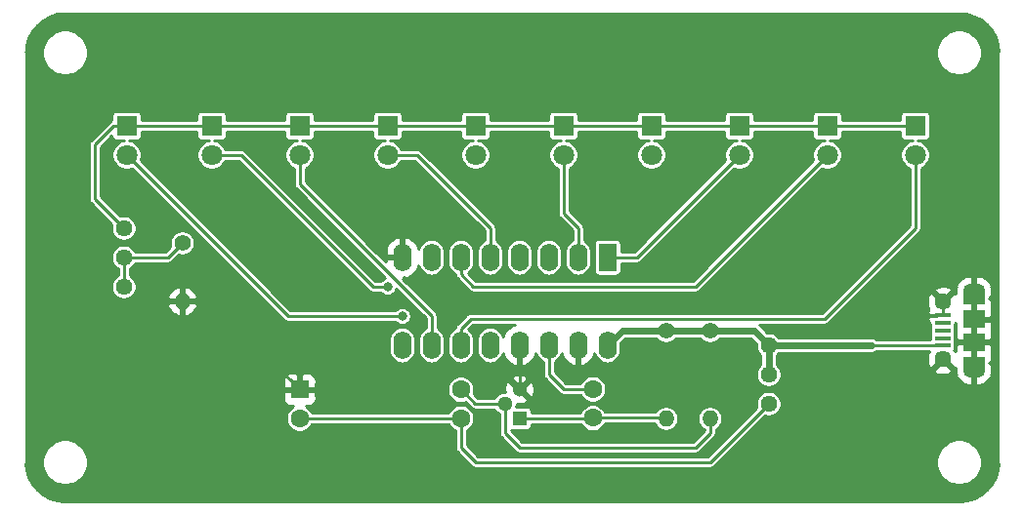
<source format=gbr>
G04 #@! TF.GenerationSoftware,KiCad,Pcbnew,(5.1.5)-3*
G04 #@! TF.CreationDate,2019-12-24T23:01:53+08:00*
G04 #@! TF.ProjectId,voice_ctrl_flow_ledled,766f6963-655f-4637-9472-6c5f666c6f77,rev?*
G04 #@! TF.SameCoordinates,Original*
G04 #@! TF.FileFunction,Copper,L1,Top*
G04 #@! TF.FilePolarity,Positive*
%FSLAX46Y46*%
G04 Gerber Fmt 4.6, Leading zero omitted, Abs format (unit mm)*
G04 Created by KiCad (PCBNEW (5.1.5)-3) date 2019-12-24 23:01:53*
%MOMM*%
%LPD*%
G04 APERTURE LIST*
%ADD10C,1.600000*%
%ADD11R,1.600000X1.600000*%
%ADD12R,1.900000X1.200000*%
%ADD13O,1.900000X1.200000*%
%ADD14R,1.900000X1.500000*%
%ADD15C,1.450000*%
%ADD16R,1.350000X0.400000*%
%ADD17R,1.300000X1.300000*%
%ADD18C,1.300000*%
%ADD19O,1.600000X2.400000*%
%ADD20R,1.600000X2.400000*%
%ADD21C,1.440000*%
%ADD22O,1.400000X1.400000*%
%ADD23C,1.400000*%
%ADD24C,1.800000*%
%ADD25R,1.800000X1.800000*%
%ADD26C,0.800000*%
%ADD27C,0.250000*%
%ADD28C,0.254000*%
%ADD29C,0.609600*%
G04 APERTURE END LIST*
D10*
X143510000Y-95250000D03*
D11*
X143510000Y-92750000D03*
D12*
X201930000Y-90530000D03*
X201930000Y-84730000D03*
D13*
X201930000Y-84130000D03*
X201930000Y-91130000D03*
D14*
X201930000Y-88630000D03*
D15*
X199230000Y-85130000D03*
D16*
X199230000Y-87630000D03*
X199230000Y-86980000D03*
X199230000Y-86330000D03*
X199230000Y-88930000D03*
X199230000Y-88280000D03*
D15*
X199230000Y-90130000D03*
D14*
X201930000Y-86630000D03*
D17*
X162560000Y-95250000D03*
D18*
X162560000Y-92710000D03*
X161290000Y-93980000D03*
D19*
X170180000Y-88900000D03*
X152400000Y-81280000D03*
X167640000Y-88900000D03*
X154940000Y-81280000D03*
X165100000Y-88900000D03*
X157480000Y-81280000D03*
X162560000Y-88900000D03*
X160020000Y-81280000D03*
X160020000Y-88900000D03*
X162560000Y-81280000D03*
X157480000Y-88900000D03*
X165100000Y-81280000D03*
X154940000Y-88900000D03*
X167640000Y-81280000D03*
X152400000Y-88900000D03*
D20*
X170180000Y-81280000D03*
D21*
X128270000Y-78740000D03*
X128270000Y-81280000D03*
X128270000Y-83820000D03*
X184150000Y-93980000D03*
X184150000Y-91440000D03*
X184150000Y-88900000D03*
D22*
X133350000Y-85090000D03*
D23*
X133350000Y-80010000D03*
D22*
X175260000Y-95250000D03*
D23*
X175260000Y-87630000D03*
D22*
X179070000Y-95250000D03*
D23*
X179070000Y-87630000D03*
D24*
X196850000Y-72390000D03*
D25*
X196850000Y-69850000D03*
D24*
X189230000Y-72390000D03*
D25*
X189230000Y-69850000D03*
D24*
X181610000Y-72390000D03*
D25*
X181610000Y-69850000D03*
D24*
X173990000Y-72390000D03*
D25*
X173990000Y-69850000D03*
D24*
X166370000Y-72390000D03*
D25*
X166370000Y-69850000D03*
D24*
X158750000Y-72390000D03*
D25*
X158750000Y-69850000D03*
D24*
X151130000Y-72390000D03*
D25*
X151130000Y-69850000D03*
D24*
X143510000Y-72390000D03*
D25*
X143510000Y-69850000D03*
D24*
X135890000Y-72390000D03*
D25*
X135890000Y-69850000D03*
D24*
X128524000Y-72390000D03*
D25*
X128524000Y-69850000D03*
D10*
X168910000Y-92710000D03*
X168910000Y-95210000D03*
X157480000Y-92750000D03*
X157480000Y-95250000D03*
D26*
X152400000Y-86360000D03*
X151130000Y-83820000D03*
X140970000Y-72390000D03*
X140970000Y-80010000D03*
X187960000Y-80010000D03*
X179070000Y-78740000D03*
X172720000Y-77470000D03*
X162560000Y-74930000D03*
X128270000Y-74930000D03*
X160020000Y-97790000D03*
X156210000Y-85090000D03*
D27*
X179070000Y-95250000D02*
X179070000Y-96520000D01*
X179070000Y-96520000D02*
X177800000Y-97790000D01*
X177800000Y-97790000D02*
X162560000Y-97790000D01*
X161290000Y-96520000D02*
X161290000Y-93980000D01*
X162560000Y-97790000D02*
X161290000Y-96520000D01*
X158710000Y-93980000D02*
X157480000Y-92750000D01*
X161290000Y-93980000D02*
X158710000Y-93980000D01*
X157480000Y-97790000D02*
X157480000Y-95250000D01*
X158750000Y-99060000D02*
X157480000Y-97790000D01*
X184150000Y-93980000D02*
X179070000Y-99060000D01*
X179070000Y-99060000D02*
X158750000Y-99060000D01*
X143510000Y-95250000D02*
X157480000Y-95250000D01*
X168910000Y-92710000D02*
X166370000Y-92710000D01*
X165100000Y-91440000D02*
X165100000Y-88900000D01*
X166370000Y-92710000D02*
X165100000Y-91440000D01*
X168870000Y-95250000D02*
X168910000Y-95210000D01*
X162560000Y-95250000D02*
X168870000Y-95250000D01*
X175220000Y-95210000D02*
X175260000Y-95250000D01*
X168910000Y-95210000D02*
X175220000Y-95210000D01*
X128524000Y-72390000D02*
X142494000Y-86360000D01*
X142494000Y-86360000D02*
X152400000Y-86360000D01*
X128524000Y-69850000D02*
X135890000Y-69850000D01*
X135890000Y-69850000D02*
X143510000Y-69850000D01*
X143510000Y-69850000D02*
X151130000Y-69850000D01*
X151130000Y-69850000D02*
X158750000Y-69850000D01*
X158750000Y-69850000D02*
X166370000Y-69850000D01*
X166370000Y-69850000D02*
X173990000Y-69850000D01*
X173990000Y-69850000D02*
X181610000Y-69850000D01*
X181610000Y-69850000D02*
X189230000Y-69850000D01*
X189230000Y-69850000D02*
X196850000Y-69850000D01*
X127374000Y-69850000D02*
X125730000Y-71494000D01*
X128524000Y-69850000D02*
X127374000Y-69850000D01*
X125730000Y-76200000D02*
X128270000Y-78740000D01*
X125730000Y-71494000D02*
X125730000Y-76200000D01*
X135890000Y-72390000D02*
X138430000Y-72390000D01*
X138430000Y-72390000D02*
X149860000Y-83820000D01*
X149860000Y-83820000D02*
X151130000Y-83820000D01*
X143510000Y-72390000D02*
X143510000Y-74930000D01*
X154940000Y-86360000D02*
X154940000Y-88900000D01*
X143510000Y-74930000D02*
X154940000Y-86360000D01*
X151130000Y-72390000D02*
X153670000Y-72390000D01*
X160020000Y-78740000D02*
X160020000Y-81280000D01*
X153670000Y-72390000D02*
X160020000Y-78740000D01*
X166370000Y-72390000D02*
X166370000Y-77470000D01*
X167640000Y-78740000D02*
X167640000Y-81280000D01*
X166370000Y-77470000D02*
X167640000Y-78740000D01*
X181610000Y-72390000D02*
X172720000Y-81280000D01*
X172720000Y-81280000D02*
X170180000Y-81280000D01*
X189230000Y-72390000D02*
X177800000Y-83820000D01*
X157480000Y-82730000D02*
X157480000Y-81280000D01*
X158570000Y-83820000D02*
X157480000Y-82730000D01*
X177800000Y-83820000D02*
X158570000Y-83820000D01*
X196850000Y-72390000D02*
X196850000Y-78740000D01*
X157480000Y-87450000D02*
X157480000Y-88900000D01*
X158325001Y-86604999D02*
X157480000Y-87450000D01*
X188985001Y-86604999D02*
X158325001Y-86604999D01*
X196850000Y-78740000D02*
X188985001Y-86604999D01*
X162560000Y-92710000D02*
X162560000Y-88900000D01*
X135850000Y-85090000D02*
X143510000Y-92750000D01*
X133350000Y-85090000D02*
X135850000Y-85090000D01*
D28*
X199230000Y-86330000D02*
X199230000Y-85130000D01*
D29*
X184150000Y-88900000D02*
X193040000Y-88900000D01*
X184150000Y-88900000D02*
X184150000Y-91440000D01*
X175260000Y-87630000D02*
X179070000Y-87630000D01*
X182880000Y-87630000D02*
X184150000Y-88900000D01*
X179070000Y-87630000D02*
X182880000Y-87630000D01*
X171450000Y-87630000D02*
X170180000Y-88900000D01*
X175260000Y-87630000D02*
X171450000Y-87630000D01*
D28*
X193082500Y-88942500D02*
X193040000Y-88900000D01*
X193155000Y-88870000D02*
X193082500Y-88942500D01*
X193215000Y-88930000D02*
X193155000Y-88870000D01*
X197927500Y-88930000D02*
X193215000Y-88930000D01*
X197927500Y-88930000D02*
X199230000Y-88930000D01*
D27*
X128270000Y-81280000D02*
X128270000Y-83820000D01*
X132080000Y-81280000D02*
X133350000Y-80010000D01*
X128270000Y-81280000D02*
X132080000Y-81280000D01*
D28*
G36*
X123105509Y-60114763D02*
G01*
X123168832Y-60121000D01*
X200681168Y-60121000D01*
X200744491Y-60114763D01*
X200765746Y-60108315D01*
X201320793Y-60162738D01*
X201956423Y-60354646D01*
X202542669Y-60666359D01*
X203057203Y-61086002D01*
X203480431Y-61597598D01*
X203796227Y-62181650D01*
X203992567Y-62815921D01*
X204052923Y-63390173D01*
X204045237Y-63415510D01*
X204039000Y-63478833D01*
X204039001Y-99081168D01*
X204045238Y-99144491D01*
X204051685Y-99165744D01*
X203997262Y-99720791D01*
X203805354Y-100356423D01*
X203493641Y-100942669D01*
X203073998Y-101457203D01*
X202562406Y-101880429D01*
X201978349Y-102196227D01*
X201344079Y-102392567D01*
X200769828Y-102452923D01*
X200744491Y-102445237D01*
X200681168Y-102439000D01*
X123168832Y-102439000D01*
X123105509Y-102445237D01*
X123084254Y-102451685D01*
X122529209Y-102397262D01*
X121893577Y-102205354D01*
X121307331Y-101893641D01*
X120792797Y-101473998D01*
X120369571Y-100962406D01*
X120053773Y-100378349D01*
X119857433Y-99744079D01*
X119797077Y-99169828D01*
X119804763Y-99144491D01*
X119811000Y-99081168D01*
X119811000Y-98864889D01*
X121209000Y-98864889D01*
X121209000Y-99255111D01*
X121285129Y-99637836D01*
X121434461Y-99998355D01*
X121651257Y-100322814D01*
X121927186Y-100598743D01*
X122251645Y-100815539D01*
X122612164Y-100964871D01*
X122994889Y-101041000D01*
X123385111Y-101041000D01*
X123767836Y-100964871D01*
X124128355Y-100815539D01*
X124452814Y-100598743D01*
X124728743Y-100322814D01*
X124945539Y-99998355D01*
X125094871Y-99637836D01*
X125171000Y-99255111D01*
X125171000Y-98864889D01*
X125094871Y-98482164D01*
X124945539Y-98121645D01*
X124728743Y-97797186D01*
X124452814Y-97521257D01*
X124128355Y-97304461D01*
X123767836Y-97155129D01*
X123385111Y-97079000D01*
X122994889Y-97079000D01*
X122612164Y-97155129D01*
X122251645Y-97304461D01*
X121927186Y-97521257D01*
X121651257Y-97797186D01*
X121434461Y-98121645D01*
X121285129Y-98482164D01*
X121209000Y-98864889D01*
X119811000Y-98864889D01*
X119811000Y-93550000D01*
X142071928Y-93550000D01*
X142084188Y-93674482D01*
X142120498Y-93794180D01*
X142179463Y-93904494D01*
X142258815Y-94001185D01*
X142355506Y-94080537D01*
X142465820Y-94139502D01*
X142585518Y-94175812D01*
X142710000Y-94188072D01*
X142991683Y-94186389D01*
X142950587Y-94203412D01*
X142757157Y-94332658D01*
X142592658Y-94497157D01*
X142463412Y-94690587D01*
X142374386Y-94905515D01*
X142329000Y-95133682D01*
X142329000Y-95366318D01*
X142374386Y-95594485D01*
X142463412Y-95809413D01*
X142592658Y-96002843D01*
X142757157Y-96167342D01*
X142950587Y-96296588D01*
X143165515Y-96385614D01*
X143393682Y-96431000D01*
X143626318Y-96431000D01*
X143854485Y-96385614D01*
X144069413Y-96296588D01*
X144262843Y-96167342D01*
X144427342Y-96002843D01*
X144556588Y-95809413D01*
X144578712Y-95756000D01*
X156411288Y-95756000D01*
X156433412Y-95809413D01*
X156562658Y-96002843D01*
X156727157Y-96167342D01*
X156920587Y-96296588D01*
X156974001Y-96318713D01*
X156974000Y-97765154D01*
X156971553Y-97790000D01*
X156974000Y-97814846D01*
X156974000Y-97814853D01*
X156981322Y-97889192D01*
X157010255Y-97984574D01*
X157057241Y-98072479D01*
X157120473Y-98149527D01*
X157139785Y-98165376D01*
X158374628Y-99400220D01*
X158390473Y-99419527D01*
X158467521Y-99482759D01*
X158555425Y-99529745D01*
X158650806Y-99558678D01*
X158660694Y-99559652D01*
X158725146Y-99566000D01*
X158725153Y-99566000D01*
X158749999Y-99568447D01*
X158774845Y-99566000D01*
X179045154Y-99566000D01*
X179070000Y-99568447D01*
X179094846Y-99566000D01*
X179094854Y-99566000D01*
X179169193Y-99558678D01*
X179264575Y-99529745D01*
X179352479Y-99482759D01*
X179429527Y-99419527D01*
X179445376Y-99400215D01*
X179980702Y-98864889D01*
X198679000Y-98864889D01*
X198679000Y-99255111D01*
X198755129Y-99637836D01*
X198904461Y-99998355D01*
X199121257Y-100322814D01*
X199397186Y-100598743D01*
X199721645Y-100815539D01*
X200082164Y-100964871D01*
X200464889Y-101041000D01*
X200855111Y-101041000D01*
X201237836Y-100964871D01*
X201598355Y-100815539D01*
X201922814Y-100598743D01*
X202198743Y-100322814D01*
X202415539Y-99998355D01*
X202564871Y-99637836D01*
X202641000Y-99255111D01*
X202641000Y-98864889D01*
X202564871Y-98482164D01*
X202415539Y-98121645D01*
X202198743Y-97797186D01*
X201922814Y-97521257D01*
X201598355Y-97304461D01*
X201237836Y-97155129D01*
X200855111Y-97079000D01*
X200464889Y-97079000D01*
X200082164Y-97155129D01*
X199721645Y-97304461D01*
X199397186Y-97521257D01*
X199121257Y-97797186D01*
X198904461Y-98121645D01*
X198755129Y-98482164D01*
X198679000Y-98864889D01*
X179980702Y-98864889D01*
X183813331Y-95032261D01*
X183828850Y-95038689D01*
X184041561Y-95081000D01*
X184258439Y-95081000D01*
X184471150Y-95038689D01*
X184671519Y-94955693D01*
X184851846Y-94835202D01*
X185005202Y-94681846D01*
X185125693Y-94501519D01*
X185208689Y-94301150D01*
X185251000Y-94088439D01*
X185251000Y-93871561D01*
X185208689Y-93658850D01*
X185125693Y-93458481D01*
X185005202Y-93278154D01*
X184851846Y-93124798D01*
X184671519Y-93004307D01*
X184471150Y-92921311D01*
X184258439Y-92879000D01*
X184041561Y-92879000D01*
X183828850Y-92921311D01*
X183628481Y-93004307D01*
X183448154Y-93124798D01*
X183294798Y-93278154D01*
X183174307Y-93458481D01*
X183091311Y-93658850D01*
X183049000Y-93871561D01*
X183049000Y-94088439D01*
X183091311Y-94301150D01*
X183097739Y-94316669D01*
X178860409Y-98554000D01*
X158959592Y-98554000D01*
X157986000Y-97580409D01*
X157986000Y-96318712D01*
X158039413Y-96296588D01*
X158232843Y-96167342D01*
X158397342Y-96002843D01*
X158526588Y-95809413D01*
X158615614Y-95594485D01*
X158661000Y-95366318D01*
X158661000Y-95133682D01*
X158615614Y-94905515D01*
X158526588Y-94690587D01*
X158397342Y-94497157D01*
X158232843Y-94332658D01*
X158039413Y-94203412D01*
X157824485Y-94114386D01*
X157596318Y-94069000D01*
X157363682Y-94069000D01*
X157135515Y-94114386D01*
X156920587Y-94203412D01*
X156727157Y-94332658D01*
X156562658Y-94497157D01*
X156433412Y-94690587D01*
X156411288Y-94744000D01*
X144578712Y-94744000D01*
X144556588Y-94690587D01*
X144427342Y-94497157D01*
X144262843Y-94332658D01*
X144069413Y-94203412D01*
X144028317Y-94186389D01*
X144310000Y-94188072D01*
X144434482Y-94175812D01*
X144554180Y-94139502D01*
X144664494Y-94080537D01*
X144761185Y-94001185D01*
X144840537Y-93904494D01*
X144899502Y-93794180D01*
X144935812Y-93674482D01*
X144948072Y-93550000D01*
X144945000Y-93035750D01*
X144786250Y-92877000D01*
X143637000Y-92877000D01*
X143637000Y-92897000D01*
X143383000Y-92897000D01*
X143383000Y-92877000D01*
X142233750Y-92877000D01*
X142075000Y-93035750D01*
X142071928Y-93550000D01*
X119811000Y-93550000D01*
X119811000Y-92633682D01*
X156299000Y-92633682D01*
X156299000Y-92866318D01*
X156344386Y-93094485D01*
X156433412Y-93309413D01*
X156562658Y-93502843D01*
X156727157Y-93667342D01*
X156920587Y-93796588D01*
X157135515Y-93885614D01*
X157363682Y-93931000D01*
X157596318Y-93931000D01*
X157824485Y-93885614D01*
X157877898Y-93863490D01*
X158334628Y-94320220D01*
X158350473Y-94339527D01*
X158427521Y-94402759D01*
X158515425Y-94449745D01*
X158610807Y-94478678D01*
X158710000Y-94488448D01*
X158734854Y-94486000D01*
X160388124Y-94486000D01*
X160489170Y-94637224D01*
X160632776Y-94780830D01*
X160784001Y-94881876D01*
X160784000Y-96495154D01*
X160781553Y-96520000D01*
X160784000Y-96544846D01*
X160784000Y-96544853D01*
X160791322Y-96619192D01*
X160820255Y-96714574D01*
X160867241Y-96802479D01*
X160930473Y-96879527D01*
X160949785Y-96895376D01*
X162184628Y-98130220D01*
X162200473Y-98149527D01*
X162277521Y-98212759D01*
X162365425Y-98259745D01*
X162460806Y-98288678D01*
X162470694Y-98289652D01*
X162535146Y-98296000D01*
X162535153Y-98296000D01*
X162559999Y-98298447D01*
X162584845Y-98296000D01*
X177775154Y-98296000D01*
X177800000Y-98298447D01*
X177824846Y-98296000D01*
X177824854Y-98296000D01*
X177899193Y-98288678D01*
X177994575Y-98259745D01*
X178082479Y-98212759D01*
X178159527Y-98149527D01*
X178175376Y-98130215D01*
X179410220Y-96895372D01*
X179429527Y-96879527D01*
X179492759Y-96802479D01*
X179539745Y-96714575D01*
X179568678Y-96619193D01*
X179576000Y-96544854D01*
X179576000Y-96544847D01*
X179578447Y-96520001D01*
X179576000Y-96495155D01*
X179576000Y-96210473D01*
X179582045Y-96207969D01*
X179759097Y-96089667D01*
X179909667Y-95939097D01*
X180027969Y-95762045D01*
X180109457Y-95565316D01*
X180151000Y-95356469D01*
X180151000Y-95143531D01*
X180109457Y-94934684D01*
X180027969Y-94737955D01*
X179909667Y-94560903D01*
X179759097Y-94410333D01*
X179582045Y-94292031D01*
X179385316Y-94210543D01*
X179176469Y-94169000D01*
X178963531Y-94169000D01*
X178754684Y-94210543D01*
X178557955Y-94292031D01*
X178380903Y-94410333D01*
X178230333Y-94560903D01*
X178112031Y-94737955D01*
X178030543Y-94934684D01*
X177989000Y-95143531D01*
X177989000Y-95356469D01*
X178030543Y-95565316D01*
X178112031Y-95762045D01*
X178230333Y-95939097D01*
X178380903Y-96089667D01*
X178557955Y-96207969D01*
X178564001Y-96210473D01*
X178564001Y-96310407D01*
X177590409Y-97284000D01*
X162769592Y-97284000D01*
X161796000Y-96310409D01*
X161796000Y-96263562D01*
X161835311Y-96275487D01*
X161910000Y-96282843D01*
X163210000Y-96282843D01*
X163284689Y-96275487D01*
X163356508Y-96253701D01*
X163422696Y-96218322D01*
X163480711Y-96170711D01*
X163528322Y-96112696D01*
X163563701Y-96046508D01*
X163585487Y-95974689D01*
X163592843Y-95900000D01*
X163592843Y-95756000D01*
X167857856Y-95756000D01*
X167863412Y-95769413D01*
X167992658Y-95962843D01*
X168157157Y-96127342D01*
X168350587Y-96256588D01*
X168565515Y-96345614D01*
X168793682Y-96391000D01*
X169026318Y-96391000D01*
X169254485Y-96345614D01*
X169469413Y-96256588D01*
X169662843Y-96127342D01*
X169827342Y-95962843D01*
X169956588Y-95769413D01*
X169978712Y-95716000D01*
X174282958Y-95716000D01*
X174302031Y-95762045D01*
X174420333Y-95939097D01*
X174570903Y-96089667D01*
X174747955Y-96207969D01*
X174944684Y-96289457D01*
X175153531Y-96331000D01*
X175366469Y-96331000D01*
X175575316Y-96289457D01*
X175772045Y-96207969D01*
X175949097Y-96089667D01*
X176099667Y-95939097D01*
X176217969Y-95762045D01*
X176299457Y-95565316D01*
X176341000Y-95356469D01*
X176341000Y-95143531D01*
X176299457Y-94934684D01*
X176217969Y-94737955D01*
X176099667Y-94560903D01*
X175949097Y-94410333D01*
X175772045Y-94292031D01*
X175575316Y-94210543D01*
X175366469Y-94169000D01*
X175153531Y-94169000D01*
X174944684Y-94210543D01*
X174747955Y-94292031D01*
X174570903Y-94410333D01*
X174420333Y-94560903D01*
X174324719Y-94704000D01*
X169978712Y-94704000D01*
X169956588Y-94650587D01*
X169827342Y-94457157D01*
X169662843Y-94292658D01*
X169469413Y-94163412D01*
X169254485Y-94074386D01*
X169026318Y-94029000D01*
X168793682Y-94029000D01*
X168565515Y-94074386D01*
X168350587Y-94163412D01*
X168157157Y-94292658D01*
X167992658Y-94457157D01*
X167863412Y-94650587D01*
X167824719Y-94744000D01*
X163592843Y-94744000D01*
X163592843Y-94600000D01*
X163585487Y-94525311D01*
X163563701Y-94453492D01*
X163528322Y-94387304D01*
X163480711Y-94329289D01*
X163422696Y-94281678D01*
X163356508Y-94246299D01*
X163284689Y-94224513D01*
X163210000Y-94217157D01*
X162294026Y-94217157D01*
X162321000Y-94081545D01*
X162321000Y-93974114D01*
X162383524Y-93989102D01*
X162636455Y-93998952D01*
X162886449Y-93959270D01*
X163123896Y-93871578D01*
X163212534Y-93824201D01*
X163265922Y-93595527D01*
X162560000Y-92889605D01*
X162545858Y-92903748D01*
X162366253Y-92724143D01*
X162380395Y-92710000D01*
X162739605Y-92710000D01*
X163445527Y-93415922D01*
X163674201Y-93362534D01*
X163780095Y-93132626D01*
X163839102Y-92886476D01*
X163848952Y-92633545D01*
X163809270Y-92383551D01*
X163721578Y-92146104D01*
X163674201Y-92057466D01*
X163445527Y-92004078D01*
X162739605Y-92710000D01*
X162380395Y-92710000D01*
X161674473Y-92004078D01*
X161445799Y-92057466D01*
X161339905Y-92287374D01*
X161280898Y-92533524D01*
X161271048Y-92786455D01*
X161296849Y-92949000D01*
X161188455Y-92949000D01*
X160989268Y-92988620D01*
X160801638Y-93066339D01*
X160632776Y-93179170D01*
X160489170Y-93322776D01*
X160388124Y-93474000D01*
X158919592Y-93474000D01*
X158593490Y-93147898D01*
X158615614Y-93094485D01*
X158661000Y-92866318D01*
X158661000Y-92633682D01*
X158615614Y-92405515D01*
X158526588Y-92190587D01*
X158397342Y-91997157D01*
X158232843Y-91832658D01*
X158220594Y-91824473D01*
X161854078Y-91824473D01*
X162560000Y-92530395D01*
X163265922Y-91824473D01*
X163212534Y-91595799D01*
X162982626Y-91489905D01*
X162736476Y-91430898D01*
X162483545Y-91421048D01*
X162233551Y-91460730D01*
X161996104Y-91548422D01*
X161907466Y-91595799D01*
X161854078Y-91824473D01*
X158220594Y-91824473D01*
X158039413Y-91703412D01*
X157824485Y-91614386D01*
X157596318Y-91569000D01*
X157363682Y-91569000D01*
X157135515Y-91614386D01*
X156920587Y-91703412D01*
X156727157Y-91832658D01*
X156562658Y-91997157D01*
X156433412Y-92190587D01*
X156344386Y-92405515D01*
X156299000Y-92633682D01*
X119811000Y-92633682D01*
X119811000Y-91950000D01*
X142071928Y-91950000D01*
X142075000Y-92464250D01*
X142233750Y-92623000D01*
X143383000Y-92623000D01*
X143383000Y-91473750D01*
X143637000Y-91473750D01*
X143637000Y-92623000D01*
X144786250Y-92623000D01*
X144945000Y-92464250D01*
X144948072Y-91950000D01*
X144935812Y-91825518D01*
X144899502Y-91705820D01*
X144840537Y-91595506D01*
X144761185Y-91498815D01*
X144664494Y-91419463D01*
X144554180Y-91360498D01*
X144434482Y-91324188D01*
X144310000Y-91311928D01*
X143795750Y-91315000D01*
X143637000Y-91473750D01*
X143383000Y-91473750D01*
X143224250Y-91315000D01*
X142710000Y-91311928D01*
X142585518Y-91324188D01*
X142465820Y-91360498D01*
X142355506Y-91419463D01*
X142258815Y-91498815D01*
X142179463Y-91595506D01*
X142120498Y-91705820D01*
X142084188Y-91825518D01*
X142071928Y-91950000D01*
X119811000Y-91950000D01*
X119811000Y-88441984D01*
X151219000Y-88441984D01*
X151219000Y-89358015D01*
X151236088Y-89531515D01*
X151303619Y-89754135D01*
X151413283Y-89959302D01*
X151560866Y-90139134D01*
X151740697Y-90286717D01*
X151945864Y-90396381D01*
X152168484Y-90463912D01*
X152400000Y-90486714D01*
X152631515Y-90463912D01*
X152854135Y-90396381D01*
X153059302Y-90286717D01*
X153239134Y-90139134D01*
X153386717Y-89959303D01*
X153496381Y-89754136D01*
X153563912Y-89531516D01*
X153581000Y-89358016D01*
X153581000Y-88441985D01*
X153563912Y-88268485D01*
X153496381Y-88045864D01*
X153386717Y-87840697D01*
X153239134Y-87660866D01*
X153059303Y-87513283D01*
X152854136Y-87403619D01*
X152631516Y-87336088D01*
X152400000Y-87313286D01*
X152168485Y-87336088D01*
X151945865Y-87403619D01*
X151740698Y-87513283D01*
X151560867Y-87660866D01*
X151413284Y-87840697D01*
X151303619Y-88045864D01*
X151236088Y-88268484D01*
X151219000Y-88441984D01*
X119811000Y-88441984D01*
X119811000Y-85423330D01*
X132057278Y-85423330D01*
X132147147Y-85669123D01*
X132283241Y-85892660D01*
X132460330Y-86085351D01*
X132671608Y-86239792D01*
X132908956Y-86350047D01*
X133016671Y-86382716D01*
X133223000Y-86259374D01*
X133223000Y-85217000D01*
X133477000Y-85217000D01*
X133477000Y-86259374D01*
X133683329Y-86382716D01*
X133791044Y-86350047D01*
X134028392Y-86239792D01*
X134239670Y-86085351D01*
X134416759Y-85892660D01*
X134552853Y-85669123D01*
X134642722Y-85423330D01*
X134520201Y-85217000D01*
X133477000Y-85217000D01*
X133223000Y-85217000D01*
X132179799Y-85217000D01*
X132057278Y-85423330D01*
X119811000Y-85423330D01*
X119811000Y-81171561D01*
X127169000Y-81171561D01*
X127169000Y-81388439D01*
X127211311Y-81601150D01*
X127294307Y-81801519D01*
X127414798Y-81981846D01*
X127568154Y-82135202D01*
X127748481Y-82255693D01*
X127764000Y-82262121D01*
X127764001Y-82837879D01*
X127748481Y-82844307D01*
X127568154Y-82964798D01*
X127414798Y-83118154D01*
X127294307Y-83298481D01*
X127211311Y-83498850D01*
X127169000Y-83711561D01*
X127169000Y-83928439D01*
X127211311Y-84141150D01*
X127294307Y-84341519D01*
X127414798Y-84521846D01*
X127568154Y-84675202D01*
X127748481Y-84795693D01*
X127948850Y-84878689D01*
X128161561Y-84921000D01*
X128378439Y-84921000D01*
X128591150Y-84878689D01*
X128791519Y-84795693D01*
X128849920Y-84756670D01*
X132057278Y-84756670D01*
X132179799Y-84963000D01*
X133223000Y-84963000D01*
X133223000Y-83920626D01*
X133477000Y-83920626D01*
X133477000Y-84963000D01*
X134520201Y-84963000D01*
X134642722Y-84756670D01*
X134552853Y-84510877D01*
X134416759Y-84287340D01*
X134239670Y-84094649D01*
X134028392Y-83940208D01*
X133791044Y-83829953D01*
X133683329Y-83797284D01*
X133477000Y-83920626D01*
X133223000Y-83920626D01*
X133016671Y-83797284D01*
X132908956Y-83829953D01*
X132671608Y-83940208D01*
X132460330Y-84094649D01*
X132283241Y-84287340D01*
X132147147Y-84510877D01*
X132057278Y-84756670D01*
X128849920Y-84756670D01*
X128971846Y-84675202D01*
X129125202Y-84521846D01*
X129245693Y-84341519D01*
X129328689Y-84141150D01*
X129371000Y-83928439D01*
X129371000Y-83711561D01*
X129328689Y-83498850D01*
X129245693Y-83298481D01*
X129125202Y-83118154D01*
X128971846Y-82964798D01*
X128791519Y-82844307D01*
X128776000Y-82837879D01*
X128776000Y-82262121D01*
X128791519Y-82255693D01*
X128971846Y-82135202D01*
X129125202Y-81981846D01*
X129245693Y-81801519D01*
X129252121Y-81786000D01*
X132055154Y-81786000D01*
X132080000Y-81788447D01*
X132104846Y-81786000D01*
X132104854Y-81786000D01*
X132179193Y-81778678D01*
X132274575Y-81749745D01*
X132362479Y-81702759D01*
X132439527Y-81639527D01*
X132455376Y-81620215D01*
X133028639Y-81046953D01*
X133034684Y-81049457D01*
X133243531Y-81091000D01*
X133456469Y-81091000D01*
X133665316Y-81049457D01*
X133862045Y-80967969D01*
X134039097Y-80849667D01*
X134189667Y-80699097D01*
X134307969Y-80522045D01*
X134389457Y-80325316D01*
X134431000Y-80116469D01*
X134431000Y-79903531D01*
X134389457Y-79694684D01*
X134307969Y-79497955D01*
X134189667Y-79320903D01*
X134039097Y-79170333D01*
X133862045Y-79052031D01*
X133665316Y-78970543D01*
X133456469Y-78929000D01*
X133243531Y-78929000D01*
X133034684Y-78970543D01*
X132837955Y-79052031D01*
X132660903Y-79170333D01*
X132510333Y-79320903D01*
X132392031Y-79497955D01*
X132310543Y-79694684D01*
X132269000Y-79903531D01*
X132269000Y-80116469D01*
X132310543Y-80325316D01*
X132313047Y-80331361D01*
X131870409Y-80774000D01*
X129252121Y-80774000D01*
X129245693Y-80758481D01*
X129125202Y-80578154D01*
X128971846Y-80424798D01*
X128791519Y-80304307D01*
X128591150Y-80221311D01*
X128378439Y-80179000D01*
X128161561Y-80179000D01*
X127948850Y-80221311D01*
X127748481Y-80304307D01*
X127568154Y-80424798D01*
X127414798Y-80578154D01*
X127294307Y-80758481D01*
X127211311Y-80958850D01*
X127169000Y-81171561D01*
X119811000Y-81171561D01*
X119811000Y-71494000D01*
X125221553Y-71494000D01*
X125224000Y-71518846D01*
X125224001Y-76175144D01*
X125221553Y-76200000D01*
X125231322Y-76299192D01*
X125260255Y-76394574D01*
X125260256Y-76394575D01*
X125307242Y-76482479D01*
X125370474Y-76559527D01*
X125389781Y-76575372D01*
X127217739Y-78403331D01*
X127211311Y-78418850D01*
X127169000Y-78631561D01*
X127169000Y-78848439D01*
X127211311Y-79061150D01*
X127294307Y-79261519D01*
X127414798Y-79441846D01*
X127568154Y-79595202D01*
X127748481Y-79715693D01*
X127948850Y-79798689D01*
X128161561Y-79841000D01*
X128378439Y-79841000D01*
X128591150Y-79798689D01*
X128791519Y-79715693D01*
X128971846Y-79595202D01*
X129125202Y-79441846D01*
X129245693Y-79261519D01*
X129328689Y-79061150D01*
X129371000Y-78848439D01*
X129371000Y-78631561D01*
X129328689Y-78418850D01*
X129245693Y-78218481D01*
X129125202Y-78038154D01*
X128971846Y-77884798D01*
X128791519Y-77764307D01*
X128591150Y-77681311D01*
X128378439Y-77639000D01*
X128161561Y-77639000D01*
X127948850Y-77681311D01*
X127933331Y-77687739D01*
X126236000Y-75990409D01*
X126236000Y-71703591D01*
X127241157Y-70698435D01*
X127241157Y-70750000D01*
X127248513Y-70824689D01*
X127270299Y-70896508D01*
X127305678Y-70962696D01*
X127353289Y-71020711D01*
X127411304Y-71068322D01*
X127477492Y-71103701D01*
X127549311Y-71125487D01*
X127624000Y-71132843D01*
X128277966Y-71132843D01*
X128150346Y-71158228D01*
X127917219Y-71254793D01*
X127707410Y-71394982D01*
X127528982Y-71573410D01*
X127388793Y-71783219D01*
X127292228Y-72016346D01*
X127243000Y-72263833D01*
X127243000Y-72516167D01*
X127292228Y-72763654D01*
X127388793Y-72996781D01*
X127528982Y-73206590D01*
X127707410Y-73385018D01*
X127917219Y-73525207D01*
X128150346Y-73621772D01*
X128397833Y-73671000D01*
X128650167Y-73671000D01*
X128897654Y-73621772D01*
X128998436Y-73580027D01*
X142118628Y-86700220D01*
X142134473Y-86719527D01*
X142211521Y-86782759D01*
X142299425Y-86829745D01*
X142372607Y-86851944D01*
X142394806Y-86858678D01*
X142404694Y-86859652D01*
X142469146Y-86866000D01*
X142469153Y-86866000D01*
X142493999Y-86868447D01*
X142518845Y-86866000D01*
X151801499Y-86866000D01*
X151902141Y-86966642D01*
X152030058Y-87052113D01*
X152172191Y-87110987D01*
X152323078Y-87141000D01*
X152476922Y-87141000D01*
X152627809Y-87110987D01*
X152769942Y-87052113D01*
X152897859Y-86966642D01*
X153006642Y-86857859D01*
X153092113Y-86729942D01*
X153150987Y-86587809D01*
X153181000Y-86436922D01*
X153181000Y-86283078D01*
X153150987Y-86132191D01*
X153092113Y-85990058D01*
X153006642Y-85862141D01*
X152897859Y-85753358D01*
X152769942Y-85667887D01*
X152627809Y-85609013D01*
X152476922Y-85579000D01*
X152323078Y-85579000D01*
X152172191Y-85609013D01*
X152030058Y-85667887D01*
X151902141Y-85753358D01*
X151801499Y-85854000D01*
X142703592Y-85854000D01*
X129714027Y-72864436D01*
X129755772Y-72763654D01*
X129805000Y-72516167D01*
X129805000Y-72263833D01*
X129755772Y-72016346D01*
X129659207Y-71783219D01*
X129519018Y-71573410D01*
X129340590Y-71394982D01*
X129130781Y-71254793D01*
X128897654Y-71158228D01*
X128770034Y-71132843D01*
X129424000Y-71132843D01*
X129498689Y-71125487D01*
X129570508Y-71103701D01*
X129636696Y-71068322D01*
X129694711Y-71020711D01*
X129742322Y-70962696D01*
X129777701Y-70896508D01*
X129799487Y-70824689D01*
X129806843Y-70750000D01*
X129806843Y-70356000D01*
X134607157Y-70356000D01*
X134607157Y-70750000D01*
X134614513Y-70824689D01*
X134636299Y-70896508D01*
X134671678Y-70962696D01*
X134719289Y-71020711D01*
X134777304Y-71068322D01*
X134843492Y-71103701D01*
X134915311Y-71125487D01*
X134990000Y-71132843D01*
X135643966Y-71132843D01*
X135516346Y-71158228D01*
X135283219Y-71254793D01*
X135073410Y-71394982D01*
X134894982Y-71573410D01*
X134754793Y-71783219D01*
X134658228Y-72016346D01*
X134609000Y-72263833D01*
X134609000Y-72516167D01*
X134658228Y-72763654D01*
X134754793Y-72996781D01*
X134894982Y-73206590D01*
X135073410Y-73385018D01*
X135283219Y-73525207D01*
X135516346Y-73621772D01*
X135763833Y-73671000D01*
X136016167Y-73671000D01*
X136263654Y-73621772D01*
X136496781Y-73525207D01*
X136706590Y-73385018D01*
X136885018Y-73206590D01*
X137025207Y-72996781D01*
X137066952Y-72896000D01*
X138220409Y-72896000D01*
X149484628Y-84160220D01*
X149500473Y-84179527D01*
X149577521Y-84242759D01*
X149665425Y-84289745D01*
X149760807Y-84318678D01*
X149835146Y-84326000D01*
X149835153Y-84326000D01*
X149859999Y-84328447D01*
X149884845Y-84326000D01*
X150531499Y-84326000D01*
X150632141Y-84426642D01*
X150760058Y-84512113D01*
X150902191Y-84570987D01*
X151053078Y-84601000D01*
X151206922Y-84601000D01*
X151357809Y-84570987D01*
X151499942Y-84512113D01*
X151627859Y-84426642D01*
X151736642Y-84317859D01*
X151822113Y-84189942D01*
X151880987Y-84047809D01*
X151886168Y-84021760D01*
X154434000Y-86569592D01*
X154434000Y-87431341D01*
X154280698Y-87513283D01*
X154100867Y-87660866D01*
X153953284Y-87840697D01*
X153843619Y-88045864D01*
X153776088Y-88268484D01*
X153759000Y-88441984D01*
X153759000Y-89358015D01*
X153776088Y-89531515D01*
X153843619Y-89754135D01*
X153953283Y-89959302D01*
X154100866Y-90139134D01*
X154280697Y-90286717D01*
X154485864Y-90396381D01*
X154708484Y-90463912D01*
X154940000Y-90486714D01*
X155171515Y-90463912D01*
X155394135Y-90396381D01*
X155599302Y-90286717D01*
X155779134Y-90139134D01*
X155926717Y-89959303D01*
X156036381Y-89754136D01*
X156103912Y-89531516D01*
X156121000Y-89358016D01*
X156121000Y-88441985D01*
X156103912Y-88268485D01*
X156036381Y-88045864D01*
X155926717Y-87840697D01*
X155779134Y-87660866D01*
X155599303Y-87513283D01*
X155446000Y-87431341D01*
X155446000Y-86384845D01*
X155448447Y-86359999D01*
X155446000Y-86335153D01*
X155446000Y-86335146D01*
X155438678Y-86260807D01*
X155409745Y-86165425D01*
X155362759Y-86077521D01*
X155299527Y-86000473D01*
X155280220Y-85984628D01*
X152410592Y-83115000D01*
X152527002Y-83115000D01*
X152527002Y-82949916D01*
X152749039Y-83071904D01*
X152831818Y-83054367D01*
X153091646Y-82943715D01*
X153324895Y-82784500D01*
X153522601Y-82582839D01*
X153677166Y-82346483D01*
X153782650Y-82084514D01*
X153800256Y-81991185D01*
X153843619Y-82134135D01*
X153953283Y-82339302D01*
X154100866Y-82519134D01*
X154280697Y-82666717D01*
X154485864Y-82776381D01*
X154708484Y-82843912D01*
X154940000Y-82866714D01*
X155171515Y-82843912D01*
X155394135Y-82776381D01*
X155599302Y-82666717D01*
X155779134Y-82519134D01*
X155926717Y-82339303D01*
X156036381Y-82134136D01*
X156103912Y-81911516D01*
X156121000Y-81738016D01*
X156121000Y-80821985D01*
X156103912Y-80648485D01*
X156036381Y-80425864D01*
X155926717Y-80220697D01*
X155779134Y-80040866D01*
X155599303Y-79893283D01*
X155394136Y-79783619D01*
X155171516Y-79716088D01*
X154940000Y-79693286D01*
X154708485Y-79716088D01*
X154485865Y-79783619D01*
X154280698Y-79893283D01*
X154100867Y-80040866D01*
X153953284Y-80220697D01*
X153843619Y-80425864D01*
X153800255Y-80568815D01*
X153782650Y-80475486D01*
X153677166Y-80213517D01*
X153522601Y-79977161D01*
X153324895Y-79775500D01*
X153091646Y-79616285D01*
X152831818Y-79505633D01*
X152749039Y-79488096D01*
X152527000Y-79610085D01*
X152527000Y-81153000D01*
X152547000Y-81153000D01*
X152547000Y-81407000D01*
X152527000Y-81407000D01*
X152527000Y-81427000D01*
X152273000Y-81427000D01*
X152273000Y-81407000D01*
X150965000Y-81407000D01*
X150965000Y-81669408D01*
X150048592Y-80753000D01*
X150965000Y-80753000D01*
X150965000Y-81153000D01*
X152273000Y-81153000D01*
X152273000Y-79610085D01*
X152050961Y-79488096D01*
X151968182Y-79505633D01*
X151708354Y-79616285D01*
X151475105Y-79775500D01*
X151277399Y-79977161D01*
X151122834Y-80213517D01*
X151017350Y-80475486D01*
X150965000Y-80753000D01*
X150048592Y-80753000D01*
X144016000Y-74720409D01*
X144016000Y-73566952D01*
X144116781Y-73525207D01*
X144326590Y-73385018D01*
X144505018Y-73206590D01*
X144645207Y-72996781D01*
X144741772Y-72763654D01*
X144791000Y-72516167D01*
X144791000Y-72263833D01*
X144741772Y-72016346D01*
X144645207Y-71783219D01*
X144505018Y-71573410D01*
X144326590Y-71394982D01*
X144116781Y-71254793D01*
X143883654Y-71158228D01*
X143756034Y-71132843D01*
X144410000Y-71132843D01*
X144484689Y-71125487D01*
X144556508Y-71103701D01*
X144622696Y-71068322D01*
X144680711Y-71020711D01*
X144728322Y-70962696D01*
X144763701Y-70896508D01*
X144785487Y-70824689D01*
X144792843Y-70750000D01*
X144792843Y-70356000D01*
X149847157Y-70356000D01*
X149847157Y-70750000D01*
X149854513Y-70824689D01*
X149876299Y-70896508D01*
X149911678Y-70962696D01*
X149959289Y-71020711D01*
X150017304Y-71068322D01*
X150083492Y-71103701D01*
X150155311Y-71125487D01*
X150230000Y-71132843D01*
X150883966Y-71132843D01*
X150756346Y-71158228D01*
X150523219Y-71254793D01*
X150313410Y-71394982D01*
X150134982Y-71573410D01*
X149994793Y-71783219D01*
X149898228Y-72016346D01*
X149849000Y-72263833D01*
X149849000Y-72516167D01*
X149898228Y-72763654D01*
X149994793Y-72996781D01*
X150134982Y-73206590D01*
X150313410Y-73385018D01*
X150523219Y-73525207D01*
X150756346Y-73621772D01*
X151003833Y-73671000D01*
X151256167Y-73671000D01*
X151503654Y-73621772D01*
X151736781Y-73525207D01*
X151946590Y-73385018D01*
X152125018Y-73206590D01*
X152265207Y-72996781D01*
X152306952Y-72896000D01*
X153460409Y-72896000D01*
X159514000Y-78949592D01*
X159514000Y-79811341D01*
X159360698Y-79893283D01*
X159180867Y-80040866D01*
X159033284Y-80220697D01*
X158923619Y-80425864D01*
X158856088Y-80648484D01*
X158839000Y-80821984D01*
X158839000Y-81738015D01*
X158856088Y-81911515D01*
X158923619Y-82134135D01*
X159033283Y-82339302D01*
X159180866Y-82519134D01*
X159360697Y-82666717D01*
X159565864Y-82776381D01*
X159788484Y-82843912D01*
X160020000Y-82866714D01*
X160251515Y-82843912D01*
X160474135Y-82776381D01*
X160679302Y-82666717D01*
X160859134Y-82519134D01*
X161006717Y-82339303D01*
X161116381Y-82134136D01*
X161183912Y-81911516D01*
X161201000Y-81738016D01*
X161201000Y-80821985D01*
X161201000Y-80821984D01*
X161379000Y-80821984D01*
X161379000Y-81738015D01*
X161396088Y-81911515D01*
X161463619Y-82134135D01*
X161573283Y-82339302D01*
X161720866Y-82519134D01*
X161900697Y-82666717D01*
X162105864Y-82776381D01*
X162328484Y-82843912D01*
X162560000Y-82866714D01*
X162791515Y-82843912D01*
X163014135Y-82776381D01*
X163219302Y-82666717D01*
X163399134Y-82519134D01*
X163546717Y-82339303D01*
X163656381Y-82134136D01*
X163723912Y-81911516D01*
X163741000Y-81738016D01*
X163741000Y-80821985D01*
X163741000Y-80821984D01*
X163919000Y-80821984D01*
X163919000Y-81738015D01*
X163936088Y-81911515D01*
X164003619Y-82134135D01*
X164113283Y-82339302D01*
X164260866Y-82519134D01*
X164440697Y-82666717D01*
X164645864Y-82776381D01*
X164868484Y-82843912D01*
X165100000Y-82866714D01*
X165331515Y-82843912D01*
X165554135Y-82776381D01*
X165759302Y-82666717D01*
X165939134Y-82519134D01*
X166086717Y-82339303D01*
X166196381Y-82134136D01*
X166263912Y-81911516D01*
X166281000Y-81738016D01*
X166281000Y-80821985D01*
X166263912Y-80648485D01*
X166196381Y-80425864D01*
X166086717Y-80220697D01*
X165939134Y-80040866D01*
X165759303Y-79893283D01*
X165554136Y-79783619D01*
X165331516Y-79716088D01*
X165100000Y-79693286D01*
X164868485Y-79716088D01*
X164645865Y-79783619D01*
X164440698Y-79893283D01*
X164260867Y-80040866D01*
X164113284Y-80220697D01*
X164003619Y-80425864D01*
X163936088Y-80648484D01*
X163919000Y-80821984D01*
X163741000Y-80821984D01*
X163723912Y-80648485D01*
X163656381Y-80425864D01*
X163546717Y-80220697D01*
X163399134Y-80040866D01*
X163219303Y-79893283D01*
X163014136Y-79783619D01*
X162791516Y-79716088D01*
X162560000Y-79693286D01*
X162328485Y-79716088D01*
X162105865Y-79783619D01*
X161900698Y-79893283D01*
X161720867Y-80040866D01*
X161573284Y-80220697D01*
X161463619Y-80425864D01*
X161396088Y-80648484D01*
X161379000Y-80821984D01*
X161201000Y-80821984D01*
X161183912Y-80648485D01*
X161116381Y-80425864D01*
X161006717Y-80220697D01*
X160859134Y-80040866D01*
X160679303Y-79893283D01*
X160526000Y-79811341D01*
X160526000Y-78764845D01*
X160528447Y-78739999D01*
X160526000Y-78715153D01*
X160526000Y-78715146D01*
X160518678Y-78640807D01*
X160515874Y-78631561D01*
X160489745Y-78545425D01*
X160442759Y-78457521D01*
X160379527Y-78380473D01*
X160360220Y-78364628D01*
X154045376Y-72049785D01*
X154029527Y-72030473D01*
X153952479Y-71967241D01*
X153864575Y-71920255D01*
X153769193Y-71891322D01*
X153694854Y-71884000D01*
X153694846Y-71884000D01*
X153670000Y-71881553D01*
X153645154Y-71884000D01*
X152306952Y-71884000D01*
X152265207Y-71783219D01*
X152125018Y-71573410D01*
X151946590Y-71394982D01*
X151736781Y-71254793D01*
X151503654Y-71158228D01*
X151376034Y-71132843D01*
X152030000Y-71132843D01*
X152104689Y-71125487D01*
X152176508Y-71103701D01*
X152242696Y-71068322D01*
X152300711Y-71020711D01*
X152348322Y-70962696D01*
X152383701Y-70896508D01*
X152405487Y-70824689D01*
X152412843Y-70750000D01*
X152412843Y-70356000D01*
X157467157Y-70356000D01*
X157467157Y-70750000D01*
X157474513Y-70824689D01*
X157496299Y-70896508D01*
X157531678Y-70962696D01*
X157579289Y-71020711D01*
X157637304Y-71068322D01*
X157703492Y-71103701D01*
X157775311Y-71125487D01*
X157850000Y-71132843D01*
X158503966Y-71132843D01*
X158376346Y-71158228D01*
X158143219Y-71254793D01*
X157933410Y-71394982D01*
X157754982Y-71573410D01*
X157614793Y-71783219D01*
X157518228Y-72016346D01*
X157469000Y-72263833D01*
X157469000Y-72516167D01*
X157518228Y-72763654D01*
X157614793Y-72996781D01*
X157754982Y-73206590D01*
X157933410Y-73385018D01*
X158143219Y-73525207D01*
X158376346Y-73621772D01*
X158623833Y-73671000D01*
X158876167Y-73671000D01*
X159123654Y-73621772D01*
X159356781Y-73525207D01*
X159566590Y-73385018D01*
X159745018Y-73206590D01*
X159885207Y-72996781D01*
X159981772Y-72763654D01*
X160031000Y-72516167D01*
X160031000Y-72263833D01*
X159981772Y-72016346D01*
X159885207Y-71783219D01*
X159745018Y-71573410D01*
X159566590Y-71394982D01*
X159356781Y-71254793D01*
X159123654Y-71158228D01*
X158996034Y-71132843D01*
X159650000Y-71132843D01*
X159724689Y-71125487D01*
X159796508Y-71103701D01*
X159862696Y-71068322D01*
X159920711Y-71020711D01*
X159968322Y-70962696D01*
X160003701Y-70896508D01*
X160025487Y-70824689D01*
X160032843Y-70750000D01*
X160032843Y-70356000D01*
X165087157Y-70356000D01*
X165087157Y-70750000D01*
X165094513Y-70824689D01*
X165116299Y-70896508D01*
X165151678Y-70962696D01*
X165199289Y-71020711D01*
X165257304Y-71068322D01*
X165323492Y-71103701D01*
X165395311Y-71125487D01*
X165470000Y-71132843D01*
X166123966Y-71132843D01*
X165996346Y-71158228D01*
X165763219Y-71254793D01*
X165553410Y-71394982D01*
X165374982Y-71573410D01*
X165234793Y-71783219D01*
X165138228Y-72016346D01*
X165089000Y-72263833D01*
X165089000Y-72516167D01*
X165138228Y-72763654D01*
X165234793Y-72996781D01*
X165374982Y-73206590D01*
X165553410Y-73385018D01*
X165763219Y-73525207D01*
X165864000Y-73566952D01*
X165864001Y-77445144D01*
X165861553Y-77470000D01*
X165871322Y-77569192D01*
X165900255Y-77664574D01*
X165922127Y-77705492D01*
X165947242Y-77752479D01*
X166010474Y-77829527D01*
X166029780Y-77845371D01*
X167134000Y-78949592D01*
X167134000Y-79811341D01*
X166980698Y-79893283D01*
X166800867Y-80040866D01*
X166653284Y-80220697D01*
X166543619Y-80425864D01*
X166476088Y-80648484D01*
X166459000Y-80821984D01*
X166459000Y-81738015D01*
X166476088Y-81911515D01*
X166543619Y-82134135D01*
X166653283Y-82339302D01*
X166800866Y-82519134D01*
X166980697Y-82666717D01*
X167185864Y-82776381D01*
X167408484Y-82843912D01*
X167640000Y-82866714D01*
X167871515Y-82843912D01*
X168094135Y-82776381D01*
X168299302Y-82666717D01*
X168479134Y-82519134D01*
X168626717Y-82339303D01*
X168736381Y-82134136D01*
X168803912Y-81911516D01*
X168821000Y-81738016D01*
X168821000Y-80821985D01*
X168803912Y-80648485D01*
X168736381Y-80425864D01*
X168626717Y-80220697D01*
X168479134Y-80040866D01*
X168299303Y-79893283D01*
X168146000Y-79811341D01*
X168146000Y-78764845D01*
X168148447Y-78739999D01*
X168146000Y-78715153D01*
X168146000Y-78715146D01*
X168138678Y-78640807D01*
X168135874Y-78631561D01*
X168109745Y-78545425D01*
X168062759Y-78457521D01*
X167999527Y-78380473D01*
X167980220Y-78364628D01*
X166876000Y-77260409D01*
X166876000Y-73566952D01*
X166976781Y-73525207D01*
X167186590Y-73385018D01*
X167365018Y-73206590D01*
X167505207Y-72996781D01*
X167601772Y-72763654D01*
X167651000Y-72516167D01*
X167651000Y-72263833D01*
X167601772Y-72016346D01*
X167505207Y-71783219D01*
X167365018Y-71573410D01*
X167186590Y-71394982D01*
X166976781Y-71254793D01*
X166743654Y-71158228D01*
X166616034Y-71132843D01*
X167270000Y-71132843D01*
X167344689Y-71125487D01*
X167416508Y-71103701D01*
X167482696Y-71068322D01*
X167540711Y-71020711D01*
X167588322Y-70962696D01*
X167623701Y-70896508D01*
X167645487Y-70824689D01*
X167652843Y-70750000D01*
X167652843Y-70356000D01*
X172707157Y-70356000D01*
X172707157Y-70750000D01*
X172714513Y-70824689D01*
X172736299Y-70896508D01*
X172771678Y-70962696D01*
X172819289Y-71020711D01*
X172877304Y-71068322D01*
X172943492Y-71103701D01*
X173015311Y-71125487D01*
X173090000Y-71132843D01*
X173743966Y-71132843D01*
X173616346Y-71158228D01*
X173383219Y-71254793D01*
X173173410Y-71394982D01*
X172994982Y-71573410D01*
X172854793Y-71783219D01*
X172758228Y-72016346D01*
X172709000Y-72263833D01*
X172709000Y-72516167D01*
X172758228Y-72763654D01*
X172854793Y-72996781D01*
X172994982Y-73206590D01*
X173173410Y-73385018D01*
X173383219Y-73525207D01*
X173616346Y-73621772D01*
X173863833Y-73671000D01*
X174116167Y-73671000D01*
X174363654Y-73621772D01*
X174596781Y-73525207D01*
X174806590Y-73385018D01*
X174985018Y-73206590D01*
X175125207Y-72996781D01*
X175221772Y-72763654D01*
X175271000Y-72516167D01*
X175271000Y-72263833D01*
X175221772Y-72016346D01*
X175125207Y-71783219D01*
X174985018Y-71573410D01*
X174806590Y-71394982D01*
X174596781Y-71254793D01*
X174363654Y-71158228D01*
X174236034Y-71132843D01*
X174890000Y-71132843D01*
X174964689Y-71125487D01*
X175036508Y-71103701D01*
X175102696Y-71068322D01*
X175160711Y-71020711D01*
X175208322Y-70962696D01*
X175243701Y-70896508D01*
X175265487Y-70824689D01*
X175272843Y-70750000D01*
X175272843Y-70356000D01*
X180327157Y-70356000D01*
X180327157Y-70750000D01*
X180334513Y-70824689D01*
X180356299Y-70896508D01*
X180391678Y-70962696D01*
X180439289Y-71020711D01*
X180497304Y-71068322D01*
X180563492Y-71103701D01*
X180635311Y-71125487D01*
X180710000Y-71132843D01*
X181363966Y-71132843D01*
X181236346Y-71158228D01*
X181003219Y-71254793D01*
X180793410Y-71394982D01*
X180614982Y-71573410D01*
X180474793Y-71783219D01*
X180378228Y-72016346D01*
X180329000Y-72263833D01*
X180329000Y-72516167D01*
X180378228Y-72763654D01*
X180419973Y-72864435D01*
X172510409Y-80774000D01*
X171362843Y-80774000D01*
X171362843Y-80080000D01*
X171355487Y-80005311D01*
X171333701Y-79933492D01*
X171298322Y-79867304D01*
X171250711Y-79809289D01*
X171192696Y-79761678D01*
X171126508Y-79726299D01*
X171054689Y-79704513D01*
X170980000Y-79697157D01*
X169380000Y-79697157D01*
X169305311Y-79704513D01*
X169233492Y-79726299D01*
X169167304Y-79761678D01*
X169109289Y-79809289D01*
X169061678Y-79867304D01*
X169026299Y-79933492D01*
X169004513Y-80005311D01*
X168997157Y-80080000D01*
X168997157Y-82480000D01*
X169004513Y-82554689D01*
X169026299Y-82626508D01*
X169061678Y-82692696D01*
X169109289Y-82750711D01*
X169167304Y-82798322D01*
X169233492Y-82833701D01*
X169305311Y-82855487D01*
X169380000Y-82862843D01*
X170980000Y-82862843D01*
X171054689Y-82855487D01*
X171126508Y-82833701D01*
X171192696Y-82798322D01*
X171250711Y-82750711D01*
X171298322Y-82692696D01*
X171333701Y-82626508D01*
X171355487Y-82554689D01*
X171362843Y-82480000D01*
X171362843Y-81786000D01*
X172695154Y-81786000D01*
X172720000Y-81788447D01*
X172744846Y-81786000D01*
X172744854Y-81786000D01*
X172819193Y-81778678D01*
X172914575Y-81749745D01*
X173002479Y-81702759D01*
X173079527Y-81639527D01*
X173095376Y-81620215D01*
X181135565Y-73580027D01*
X181236346Y-73621772D01*
X181483833Y-73671000D01*
X181736167Y-73671000D01*
X181983654Y-73621772D01*
X182216781Y-73525207D01*
X182426590Y-73385018D01*
X182605018Y-73206590D01*
X182745207Y-72996781D01*
X182841772Y-72763654D01*
X182891000Y-72516167D01*
X182891000Y-72263833D01*
X182841772Y-72016346D01*
X182745207Y-71783219D01*
X182605018Y-71573410D01*
X182426590Y-71394982D01*
X182216781Y-71254793D01*
X181983654Y-71158228D01*
X181856034Y-71132843D01*
X182510000Y-71132843D01*
X182584689Y-71125487D01*
X182656508Y-71103701D01*
X182722696Y-71068322D01*
X182780711Y-71020711D01*
X182828322Y-70962696D01*
X182863701Y-70896508D01*
X182885487Y-70824689D01*
X182892843Y-70750000D01*
X182892843Y-70356000D01*
X187947157Y-70356000D01*
X187947157Y-70750000D01*
X187954513Y-70824689D01*
X187976299Y-70896508D01*
X188011678Y-70962696D01*
X188059289Y-71020711D01*
X188117304Y-71068322D01*
X188183492Y-71103701D01*
X188255311Y-71125487D01*
X188330000Y-71132843D01*
X188983966Y-71132843D01*
X188856346Y-71158228D01*
X188623219Y-71254793D01*
X188413410Y-71394982D01*
X188234982Y-71573410D01*
X188094793Y-71783219D01*
X187998228Y-72016346D01*
X187949000Y-72263833D01*
X187949000Y-72516167D01*
X187998228Y-72763654D01*
X188039973Y-72864435D01*
X177590409Y-83314000D01*
X158779592Y-83314000D01*
X158134744Y-82669153D01*
X158139302Y-82666717D01*
X158319134Y-82519134D01*
X158466717Y-82339303D01*
X158576381Y-82134136D01*
X158643912Y-81911516D01*
X158661000Y-81738016D01*
X158661000Y-80821985D01*
X158643912Y-80648485D01*
X158576381Y-80425864D01*
X158466717Y-80220697D01*
X158319134Y-80040866D01*
X158139303Y-79893283D01*
X157934136Y-79783619D01*
X157711516Y-79716088D01*
X157480000Y-79693286D01*
X157248485Y-79716088D01*
X157025865Y-79783619D01*
X156820698Y-79893283D01*
X156640867Y-80040866D01*
X156493284Y-80220697D01*
X156383619Y-80425864D01*
X156316088Y-80648484D01*
X156299000Y-80821984D01*
X156299000Y-81738015D01*
X156316088Y-81911515D01*
X156383619Y-82134135D01*
X156493283Y-82339302D01*
X156640866Y-82519134D01*
X156820697Y-82666717D01*
X156973357Y-82748315D01*
X156974000Y-82754846D01*
X156974000Y-82754853D01*
X156981322Y-82829192D01*
X157010255Y-82924574D01*
X157057241Y-83012479D01*
X157120473Y-83089527D01*
X157139785Y-83105376D01*
X158194628Y-84160220D01*
X158210473Y-84179527D01*
X158287521Y-84242759D01*
X158370926Y-84287340D01*
X158375425Y-84289745D01*
X158470807Y-84318678D01*
X158570000Y-84328448D01*
X158594854Y-84326000D01*
X177775154Y-84326000D01*
X177800000Y-84328447D01*
X177824846Y-84326000D01*
X177824854Y-84326000D01*
X177899193Y-84318678D01*
X177994575Y-84289745D01*
X178082479Y-84242759D01*
X178159527Y-84179527D01*
X178175376Y-84160215D01*
X188755565Y-73580027D01*
X188856346Y-73621772D01*
X189103833Y-73671000D01*
X189356167Y-73671000D01*
X189603654Y-73621772D01*
X189836781Y-73525207D01*
X190046590Y-73385018D01*
X190225018Y-73206590D01*
X190365207Y-72996781D01*
X190461772Y-72763654D01*
X190511000Y-72516167D01*
X190511000Y-72263833D01*
X190461772Y-72016346D01*
X190365207Y-71783219D01*
X190225018Y-71573410D01*
X190046590Y-71394982D01*
X189836781Y-71254793D01*
X189603654Y-71158228D01*
X189476034Y-71132843D01*
X190130000Y-71132843D01*
X190204689Y-71125487D01*
X190276508Y-71103701D01*
X190342696Y-71068322D01*
X190400711Y-71020711D01*
X190448322Y-70962696D01*
X190483701Y-70896508D01*
X190505487Y-70824689D01*
X190512843Y-70750000D01*
X190512843Y-70356000D01*
X195567157Y-70356000D01*
X195567157Y-70750000D01*
X195574513Y-70824689D01*
X195596299Y-70896508D01*
X195631678Y-70962696D01*
X195679289Y-71020711D01*
X195737304Y-71068322D01*
X195803492Y-71103701D01*
X195875311Y-71125487D01*
X195950000Y-71132843D01*
X196603966Y-71132843D01*
X196476346Y-71158228D01*
X196243219Y-71254793D01*
X196033410Y-71394982D01*
X195854982Y-71573410D01*
X195714793Y-71783219D01*
X195618228Y-72016346D01*
X195569000Y-72263833D01*
X195569000Y-72516167D01*
X195618228Y-72763654D01*
X195714793Y-72996781D01*
X195854982Y-73206590D01*
X196033410Y-73385018D01*
X196243219Y-73525207D01*
X196344000Y-73566952D01*
X196344001Y-78530407D01*
X188775410Y-86098999D01*
X158349855Y-86098999D01*
X158325001Y-86096551D01*
X158300147Y-86098999D01*
X158225808Y-86106321D01*
X158130426Y-86135254D01*
X158042522Y-86182240D01*
X157965474Y-86245472D01*
X157949630Y-86264778D01*
X157139785Y-87074624D01*
X157120473Y-87090473D01*
X157057241Y-87167521D01*
X157010255Y-87255426D01*
X156981322Y-87350808D01*
X156974000Y-87425147D01*
X156974000Y-87425154D01*
X156973357Y-87431685D01*
X156820698Y-87513283D01*
X156640867Y-87660866D01*
X156493284Y-87840697D01*
X156383619Y-88045864D01*
X156316088Y-88268484D01*
X156299000Y-88441984D01*
X156299000Y-89358015D01*
X156316088Y-89531515D01*
X156383619Y-89754135D01*
X156493283Y-89959302D01*
X156640866Y-90139134D01*
X156820697Y-90286717D01*
X157025864Y-90396381D01*
X157248484Y-90463912D01*
X157480000Y-90486714D01*
X157711515Y-90463912D01*
X157934135Y-90396381D01*
X158139302Y-90286717D01*
X158319134Y-90139134D01*
X158466717Y-89959303D01*
X158576381Y-89754136D01*
X158643912Y-89531516D01*
X158661000Y-89358016D01*
X158661000Y-88441985D01*
X158643912Y-88268485D01*
X158576381Y-88045864D01*
X158466717Y-87840697D01*
X158319134Y-87660866D01*
X158139303Y-87513283D01*
X158134745Y-87510847D01*
X158534593Y-87110999D01*
X162197258Y-87110999D01*
X162128182Y-87125633D01*
X161868354Y-87236285D01*
X161635105Y-87395500D01*
X161437399Y-87597161D01*
X161282834Y-87833517D01*
X161177350Y-88095486D01*
X161159744Y-88188815D01*
X161116381Y-88045864D01*
X161006717Y-87840697D01*
X160859134Y-87660866D01*
X160679303Y-87513283D01*
X160474136Y-87403619D01*
X160251516Y-87336088D01*
X160020000Y-87313286D01*
X159788485Y-87336088D01*
X159565865Y-87403619D01*
X159360698Y-87513283D01*
X159180867Y-87660866D01*
X159033284Y-87840697D01*
X158923619Y-88045864D01*
X158856088Y-88268484D01*
X158839000Y-88441984D01*
X158839000Y-89358015D01*
X158856088Y-89531515D01*
X158923619Y-89754135D01*
X159033283Y-89959302D01*
X159180866Y-90139134D01*
X159360697Y-90286717D01*
X159565864Y-90396381D01*
X159788484Y-90463912D01*
X160020000Y-90486714D01*
X160251515Y-90463912D01*
X160474135Y-90396381D01*
X160679302Y-90286717D01*
X160859134Y-90139134D01*
X161006717Y-89959303D01*
X161116381Y-89754136D01*
X161159745Y-89611185D01*
X161177350Y-89704514D01*
X161282834Y-89966483D01*
X161437399Y-90202839D01*
X161635105Y-90404500D01*
X161868354Y-90563715D01*
X162128182Y-90674367D01*
X162210961Y-90691904D01*
X162433000Y-90569915D01*
X162433000Y-89027000D01*
X162413000Y-89027000D01*
X162413000Y-88773000D01*
X162433000Y-88773000D01*
X162433000Y-88753000D01*
X162687000Y-88753000D01*
X162687000Y-88773000D01*
X162707000Y-88773000D01*
X162707000Y-89027000D01*
X162687000Y-89027000D01*
X162687000Y-90569915D01*
X162909039Y-90691904D01*
X162991818Y-90674367D01*
X163251646Y-90563715D01*
X163484895Y-90404500D01*
X163682601Y-90202839D01*
X163837166Y-89966483D01*
X163942650Y-89704514D01*
X163960256Y-89611185D01*
X164003619Y-89754135D01*
X164113283Y-89959302D01*
X164260866Y-90139134D01*
X164440697Y-90286717D01*
X164594000Y-90368659D01*
X164594000Y-91415154D01*
X164591553Y-91440000D01*
X164594000Y-91464846D01*
X164594000Y-91464853D01*
X164601322Y-91539192D01*
X164630255Y-91634574D01*
X164677241Y-91722479D01*
X164740473Y-91799527D01*
X164759785Y-91815376D01*
X165994628Y-93050220D01*
X166010473Y-93069527D01*
X166087521Y-93132759D01*
X166174349Y-93179170D01*
X166175425Y-93179745D01*
X166270806Y-93208678D01*
X166280694Y-93209652D01*
X166345146Y-93216000D01*
X166345153Y-93216000D01*
X166369999Y-93218447D01*
X166394845Y-93216000D01*
X167841288Y-93216000D01*
X167863412Y-93269413D01*
X167992658Y-93462843D01*
X168157157Y-93627342D01*
X168350587Y-93756588D01*
X168565515Y-93845614D01*
X168793682Y-93891000D01*
X169026318Y-93891000D01*
X169254485Y-93845614D01*
X169469413Y-93756588D01*
X169662843Y-93627342D01*
X169827342Y-93462843D01*
X169956588Y-93269413D01*
X170045614Y-93054485D01*
X170091000Y-92826318D01*
X170091000Y-92593682D01*
X170045614Y-92365515D01*
X169956588Y-92150587D01*
X169827342Y-91957157D01*
X169662843Y-91792658D01*
X169469413Y-91663412D01*
X169254485Y-91574386D01*
X169026318Y-91529000D01*
X168793682Y-91529000D01*
X168565515Y-91574386D01*
X168350587Y-91663412D01*
X168157157Y-91792658D01*
X167992658Y-91957157D01*
X167863412Y-92150587D01*
X167841288Y-92204000D01*
X166579592Y-92204000D01*
X165606000Y-91230409D01*
X165606000Y-90368659D01*
X165759302Y-90286717D01*
X165939134Y-90139134D01*
X166086717Y-89959303D01*
X166196381Y-89754136D01*
X166239745Y-89611185D01*
X166257350Y-89704514D01*
X166362834Y-89966483D01*
X166517399Y-90202839D01*
X166715105Y-90404500D01*
X166948354Y-90563715D01*
X167208182Y-90674367D01*
X167290961Y-90691904D01*
X167513000Y-90569915D01*
X167513000Y-89027000D01*
X167493000Y-89027000D01*
X167493000Y-88773000D01*
X167513000Y-88773000D01*
X167513000Y-88753000D01*
X167767000Y-88753000D01*
X167767000Y-88773000D01*
X167787000Y-88773000D01*
X167787000Y-89027000D01*
X167767000Y-89027000D01*
X167767000Y-90569915D01*
X167989039Y-90691904D01*
X168071818Y-90674367D01*
X168331646Y-90563715D01*
X168564895Y-90404500D01*
X168762601Y-90202839D01*
X168917166Y-89966483D01*
X169022650Y-89704514D01*
X169040256Y-89611185D01*
X169083619Y-89754135D01*
X169193283Y-89959302D01*
X169340866Y-90139134D01*
X169520697Y-90286717D01*
X169725864Y-90396381D01*
X169948484Y-90463912D01*
X170180000Y-90486714D01*
X170411515Y-90463912D01*
X170634135Y-90396381D01*
X170839302Y-90286717D01*
X171019134Y-90139134D01*
X171166717Y-89959303D01*
X171276381Y-89754136D01*
X171343912Y-89531516D01*
X171361000Y-89358016D01*
X171361000Y-88688868D01*
X171734068Y-88315800D01*
X174418130Y-88315800D01*
X174420333Y-88319097D01*
X174570903Y-88469667D01*
X174747955Y-88587969D01*
X174944684Y-88669457D01*
X175153531Y-88711000D01*
X175366469Y-88711000D01*
X175575316Y-88669457D01*
X175772045Y-88587969D01*
X175949097Y-88469667D01*
X176099667Y-88319097D01*
X176101870Y-88315800D01*
X178228130Y-88315800D01*
X178230333Y-88319097D01*
X178380903Y-88469667D01*
X178557955Y-88587969D01*
X178754684Y-88669457D01*
X178963531Y-88711000D01*
X179176469Y-88711000D01*
X179385316Y-88669457D01*
X179582045Y-88587969D01*
X179759097Y-88469667D01*
X179909667Y-88319097D01*
X179911870Y-88315800D01*
X182595933Y-88315800D01*
X183052765Y-88772633D01*
X183049000Y-88791561D01*
X183049000Y-89008439D01*
X183091311Y-89221150D01*
X183174307Y-89421519D01*
X183294798Y-89601846D01*
X183448154Y-89755202D01*
X183464200Y-89765924D01*
X183464201Y-90574076D01*
X183448154Y-90584798D01*
X183294798Y-90738154D01*
X183174307Y-90918481D01*
X183091311Y-91118850D01*
X183049000Y-91331561D01*
X183049000Y-91548439D01*
X183091311Y-91761150D01*
X183174307Y-91961519D01*
X183294798Y-92141846D01*
X183448154Y-92295202D01*
X183628481Y-92415693D01*
X183828850Y-92498689D01*
X184041561Y-92541000D01*
X184258439Y-92541000D01*
X184471150Y-92498689D01*
X184671519Y-92415693D01*
X184851846Y-92295202D01*
X185005202Y-92141846D01*
X185125693Y-91961519D01*
X185208689Y-91761150D01*
X185251000Y-91548439D01*
X185251000Y-91331561D01*
X185208689Y-91118850D01*
X185188096Y-91069133D01*
X198470472Y-91069133D01*
X198532965Y-91305450D01*
X198775678Y-91418850D01*
X199035849Y-91482719D01*
X199303482Y-91494604D01*
X199568291Y-91454048D01*
X199820100Y-91362609D01*
X199927035Y-91305450D01*
X199989528Y-91069133D01*
X199230000Y-90309605D01*
X198470472Y-91069133D01*
X185188096Y-91069133D01*
X185125693Y-90918481D01*
X185005202Y-90738154D01*
X184851846Y-90584798D01*
X184835800Y-90574076D01*
X184835800Y-89765924D01*
X184851846Y-89755202D01*
X185005202Y-89601846D01*
X185015924Y-89585800D01*
X193073689Y-89585800D01*
X193174440Y-89575877D01*
X193303714Y-89536662D01*
X193422853Y-89472981D01*
X193465477Y-89438000D01*
X198052198Y-89438000D01*
X197941150Y-89675678D01*
X197877281Y-89935849D01*
X197865396Y-90203482D01*
X197905952Y-90468291D01*
X197997391Y-90720100D01*
X198054550Y-90827035D01*
X198290867Y-90889528D01*
X199050395Y-90130000D01*
X199036253Y-90115858D01*
X199215858Y-89936253D01*
X199230000Y-89950395D01*
X199244143Y-89936253D01*
X199423748Y-90115858D01*
X199409605Y-90130000D01*
X200169133Y-90889528D01*
X200344733Y-90843091D01*
X200341928Y-91130000D01*
X200345000Y-91161192D01*
X200345000Y-91257002D01*
X200354952Y-91257002D01*
X200390498Y-91374180D01*
X200410321Y-91411265D01*
X200386538Y-91447609D01*
X200390409Y-91485282D01*
X200482579Y-91710533D01*
X200616922Y-91913474D01*
X200788275Y-92086307D01*
X200990054Y-92222390D01*
X201214504Y-92316493D01*
X201453000Y-92365000D01*
X201803000Y-92365000D01*
X201803000Y-88757000D01*
X202057000Y-88757000D01*
X202057000Y-92365000D01*
X202407000Y-92365000D01*
X202645496Y-92316493D01*
X202869946Y-92222390D01*
X203071725Y-92086307D01*
X203243078Y-91913474D01*
X203377421Y-91710533D01*
X203469591Y-91485282D01*
X203473462Y-91447609D01*
X203449679Y-91411265D01*
X203469502Y-91374180D01*
X203505048Y-91257002D01*
X203515000Y-91257002D01*
X203515000Y-91161192D01*
X203518072Y-91130000D01*
X203515000Y-90815750D01*
X203466560Y-90767310D01*
X203377421Y-90549467D01*
X203280463Y-90403000D01*
X203356250Y-90403000D01*
X203515000Y-90244250D01*
X203518072Y-89930000D01*
X203505812Y-89805518D01*
X203469502Y-89685820D01*
X203453028Y-89655000D01*
X203469502Y-89624180D01*
X203505812Y-89504482D01*
X203518072Y-89380000D01*
X203515000Y-88915750D01*
X203356250Y-88757000D01*
X202057000Y-88757000D01*
X201803000Y-88757000D01*
X200503750Y-88757000D01*
X200345000Y-88915750D01*
X200341928Y-89380000D01*
X200345585Y-89417134D01*
X200194929Y-89377294D01*
X200223322Y-89342696D01*
X200253649Y-89285959D01*
X200285688Y-89253920D01*
X200270239Y-89238471D01*
X200280487Y-89204689D01*
X200287843Y-89130000D01*
X200287843Y-88730000D01*
X200280487Y-88655311D01*
X200265225Y-88605000D01*
X200280487Y-88554689D01*
X200287843Y-88480000D01*
X200287843Y-88080000D01*
X200280487Y-88005311D01*
X200265225Y-87955000D01*
X200280487Y-87904689D01*
X200287843Y-87830000D01*
X200287843Y-87430000D01*
X200280487Y-87355311D01*
X200265225Y-87305000D01*
X200280487Y-87254689D01*
X200287843Y-87180000D01*
X200287843Y-87036848D01*
X200344496Y-86991850D01*
X200341928Y-87380000D01*
X200354188Y-87504482D01*
X200390498Y-87624180D01*
X200393609Y-87630000D01*
X200390498Y-87635820D01*
X200354188Y-87755518D01*
X200341928Y-87880000D01*
X200345000Y-88344250D01*
X200503750Y-88503000D01*
X201803000Y-88503000D01*
X201803000Y-86757000D01*
X202057000Y-86757000D01*
X202057000Y-88503000D01*
X203356250Y-88503000D01*
X203515000Y-88344250D01*
X203518072Y-87880000D01*
X203505812Y-87755518D01*
X203469502Y-87635820D01*
X203466391Y-87630000D01*
X203469502Y-87624180D01*
X203505812Y-87504482D01*
X203518072Y-87380000D01*
X203515000Y-86915750D01*
X203356250Y-86757000D01*
X202057000Y-86757000D01*
X201803000Y-86757000D01*
X201783000Y-86757000D01*
X201783000Y-86503000D01*
X201803000Y-86503000D01*
X201803000Y-82895000D01*
X202057000Y-82895000D01*
X202057000Y-86503000D01*
X203356250Y-86503000D01*
X203515000Y-86344250D01*
X203518072Y-85880000D01*
X203505812Y-85755518D01*
X203469502Y-85635820D01*
X203453028Y-85605000D01*
X203469502Y-85574180D01*
X203505812Y-85454482D01*
X203518072Y-85330000D01*
X203515000Y-85015750D01*
X203356250Y-84857000D01*
X203280463Y-84857000D01*
X203377421Y-84710533D01*
X203466560Y-84492690D01*
X203515000Y-84444250D01*
X203518072Y-84130000D01*
X203515000Y-84098808D01*
X203515000Y-84002998D01*
X203505048Y-84002998D01*
X203469502Y-83885820D01*
X203449679Y-83848735D01*
X203473462Y-83812391D01*
X203469591Y-83774718D01*
X203377421Y-83549467D01*
X203243078Y-83346526D01*
X203071725Y-83173693D01*
X202869946Y-83037610D01*
X202645496Y-82943507D01*
X202407000Y-82895000D01*
X202057000Y-82895000D01*
X201803000Y-82895000D01*
X201453000Y-82895000D01*
X201214504Y-82943507D01*
X200990054Y-83037610D01*
X200788275Y-83173693D01*
X200616922Y-83346526D01*
X200482579Y-83549467D01*
X200390409Y-83774718D01*
X200386538Y-83812391D01*
X200410321Y-83848735D01*
X200390498Y-83885820D01*
X200354952Y-84002998D01*
X200345000Y-84002998D01*
X200345000Y-84098808D01*
X200341928Y-84130000D01*
X200344733Y-84416909D01*
X200169133Y-84370472D01*
X199409605Y-85130000D01*
X199423748Y-85144143D01*
X199244143Y-85323748D01*
X199230000Y-85309605D01*
X199215858Y-85323748D01*
X199036253Y-85144143D01*
X199050395Y-85130000D01*
X198290867Y-84370472D01*
X198054550Y-84432965D01*
X197941150Y-84675678D01*
X197877281Y-84935849D01*
X197865396Y-85203482D01*
X197905952Y-85468291D01*
X197997391Y-85720100D01*
X198026275Y-85774136D01*
X197969479Y-85876424D01*
X197931259Y-85995526D01*
X197920000Y-86098250D01*
X198078750Y-86257000D01*
X198520153Y-86257000D01*
X198532965Y-86305450D01*
X198729248Y-86397157D01*
X198555000Y-86397157D01*
X198495673Y-86403000D01*
X198078750Y-86403000D01*
X197920000Y-86561750D01*
X197931259Y-86664474D01*
X197969479Y-86783576D01*
X198030200Y-86892933D01*
X198111088Y-86988343D01*
X198172157Y-87036848D01*
X198172157Y-87180000D01*
X198179513Y-87254689D01*
X198194775Y-87305000D01*
X198179513Y-87355311D01*
X198172157Y-87430000D01*
X198172157Y-87830000D01*
X198179513Y-87904689D01*
X198194775Y-87955000D01*
X198179513Y-88005311D01*
X198172157Y-88080000D01*
X198172157Y-88422000D01*
X193534896Y-88422000D01*
X193527280Y-88412720D01*
X193422853Y-88327019D01*
X193303714Y-88263338D01*
X193174440Y-88224123D01*
X193073689Y-88214200D01*
X185015924Y-88214200D01*
X185005202Y-88198154D01*
X184851846Y-88044798D01*
X184671519Y-87924307D01*
X184471150Y-87841311D01*
X184258439Y-87799000D01*
X184041561Y-87799000D01*
X184022633Y-87802765D01*
X183388758Y-87168891D01*
X183367280Y-87142720D01*
X183328628Y-87110999D01*
X188960155Y-87110999D01*
X188985001Y-87113446D01*
X189009847Y-87110999D01*
X189009855Y-87110999D01*
X189084194Y-87103677D01*
X189179576Y-87074744D01*
X189267480Y-87027758D01*
X189344528Y-86964526D01*
X189360377Y-86945214D01*
X192114724Y-84190867D01*
X198470472Y-84190867D01*
X199230000Y-84950395D01*
X199989528Y-84190867D01*
X199927035Y-83954550D01*
X199684322Y-83841150D01*
X199424151Y-83777281D01*
X199156518Y-83765396D01*
X198891709Y-83805952D01*
X198639900Y-83897391D01*
X198532965Y-83954550D01*
X198470472Y-84190867D01*
X192114724Y-84190867D01*
X197190222Y-79115370D01*
X197209527Y-79099527D01*
X197272759Y-79022479D01*
X197319745Y-78934575D01*
X197341944Y-78861393D01*
X197348678Y-78839194D01*
X197349652Y-78829306D01*
X197356000Y-78764854D01*
X197356000Y-78764847D01*
X197358447Y-78740001D01*
X197356000Y-78715155D01*
X197356000Y-73566952D01*
X197456781Y-73525207D01*
X197666590Y-73385018D01*
X197845018Y-73206590D01*
X197985207Y-72996781D01*
X198081772Y-72763654D01*
X198131000Y-72516167D01*
X198131000Y-72263833D01*
X198081772Y-72016346D01*
X197985207Y-71783219D01*
X197845018Y-71573410D01*
X197666590Y-71394982D01*
X197456781Y-71254793D01*
X197223654Y-71158228D01*
X197096034Y-71132843D01*
X197750000Y-71132843D01*
X197824689Y-71125487D01*
X197896508Y-71103701D01*
X197962696Y-71068322D01*
X198020711Y-71020711D01*
X198068322Y-70962696D01*
X198103701Y-70896508D01*
X198125487Y-70824689D01*
X198132843Y-70750000D01*
X198132843Y-68950000D01*
X198125487Y-68875311D01*
X198103701Y-68803492D01*
X198068322Y-68737304D01*
X198020711Y-68679289D01*
X197962696Y-68631678D01*
X197896508Y-68596299D01*
X197824689Y-68574513D01*
X197750000Y-68567157D01*
X195950000Y-68567157D01*
X195875311Y-68574513D01*
X195803492Y-68596299D01*
X195737304Y-68631678D01*
X195679289Y-68679289D01*
X195631678Y-68737304D01*
X195596299Y-68803492D01*
X195574513Y-68875311D01*
X195567157Y-68950000D01*
X195567157Y-69344000D01*
X190512843Y-69344000D01*
X190512843Y-68950000D01*
X190505487Y-68875311D01*
X190483701Y-68803492D01*
X190448322Y-68737304D01*
X190400711Y-68679289D01*
X190342696Y-68631678D01*
X190276508Y-68596299D01*
X190204689Y-68574513D01*
X190130000Y-68567157D01*
X188330000Y-68567157D01*
X188255311Y-68574513D01*
X188183492Y-68596299D01*
X188117304Y-68631678D01*
X188059289Y-68679289D01*
X188011678Y-68737304D01*
X187976299Y-68803492D01*
X187954513Y-68875311D01*
X187947157Y-68950000D01*
X187947157Y-69344000D01*
X182892843Y-69344000D01*
X182892843Y-68950000D01*
X182885487Y-68875311D01*
X182863701Y-68803492D01*
X182828322Y-68737304D01*
X182780711Y-68679289D01*
X182722696Y-68631678D01*
X182656508Y-68596299D01*
X182584689Y-68574513D01*
X182510000Y-68567157D01*
X180710000Y-68567157D01*
X180635311Y-68574513D01*
X180563492Y-68596299D01*
X180497304Y-68631678D01*
X180439289Y-68679289D01*
X180391678Y-68737304D01*
X180356299Y-68803492D01*
X180334513Y-68875311D01*
X180327157Y-68950000D01*
X180327157Y-69344000D01*
X175272843Y-69344000D01*
X175272843Y-68950000D01*
X175265487Y-68875311D01*
X175243701Y-68803492D01*
X175208322Y-68737304D01*
X175160711Y-68679289D01*
X175102696Y-68631678D01*
X175036508Y-68596299D01*
X174964689Y-68574513D01*
X174890000Y-68567157D01*
X173090000Y-68567157D01*
X173015311Y-68574513D01*
X172943492Y-68596299D01*
X172877304Y-68631678D01*
X172819289Y-68679289D01*
X172771678Y-68737304D01*
X172736299Y-68803492D01*
X172714513Y-68875311D01*
X172707157Y-68950000D01*
X172707157Y-69344000D01*
X167652843Y-69344000D01*
X167652843Y-68950000D01*
X167645487Y-68875311D01*
X167623701Y-68803492D01*
X167588322Y-68737304D01*
X167540711Y-68679289D01*
X167482696Y-68631678D01*
X167416508Y-68596299D01*
X167344689Y-68574513D01*
X167270000Y-68567157D01*
X165470000Y-68567157D01*
X165395311Y-68574513D01*
X165323492Y-68596299D01*
X165257304Y-68631678D01*
X165199289Y-68679289D01*
X165151678Y-68737304D01*
X165116299Y-68803492D01*
X165094513Y-68875311D01*
X165087157Y-68950000D01*
X165087157Y-69344000D01*
X160032843Y-69344000D01*
X160032843Y-68950000D01*
X160025487Y-68875311D01*
X160003701Y-68803492D01*
X159968322Y-68737304D01*
X159920711Y-68679289D01*
X159862696Y-68631678D01*
X159796508Y-68596299D01*
X159724689Y-68574513D01*
X159650000Y-68567157D01*
X157850000Y-68567157D01*
X157775311Y-68574513D01*
X157703492Y-68596299D01*
X157637304Y-68631678D01*
X157579289Y-68679289D01*
X157531678Y-68737304D01*
X157496299Y-68803492D01*
X157474513Y-68875311D01*
X157467157Y-68950000D01*
X157467157Y-69344000D01*
X152412843Y-69344000D01*
X152412843Y-68950000D01*
X152405487Y-68875311D01*
X152383701Y-68803492D01*
X152348322Y-68737304D01*
X152300711Y-68679289D01*
X152242696Y-68631678D01*
X152176508Y-68596299D01*
X152104689Y-68574513D01*
X152030000Y-68567157D01*
X150230000Y-68567157D01*
X150155311Y-68574513D01*
X150083492Y-68596299D01*
X150017304Y-68631678D01*
X149959289Y-68679289D01*
X149911678Y-68737304D01*
X149876299Y-68803492D01*
X149854513Y-68875311D01*
X149847157Y-68950000D01*
X149847157Y-69344000D01*
X144792843Y-69344000D01*
X144792843Y-68950000D01*
X144785487Y-68875311D01*
X144763701Y-68803492D01*
X144728322Y-68737304D01*
X144680711Y-68679289D01*
X144622696Y-68631678D01*
X144556508Y-68596299D01*
X144484689Y-68574513D01*
X144410000Y-68567157D01*
X142610000Y-68567157D01*
X142535311Y-68574513D01*
X142463492Y-68596299D01*
X142397304Y-68631678D01*
X142339289Y-68679289D01*
X142291678Y-68737304D01*
X142256299Y-68803492D01*
X142234513Y-68875311D01*
X142227157Y-68950000D01*
X142227157Y-69344000D01*
X137172843Y-69344000D01*
X137172843Y-68950000D01*
X137165487Y-68875311D01*
X137143701Y-68803492D01*
X137108322Y-68737304D01*
X137060711Y-68679289D01*
X137002696Y-68631678D01*
X136936508Y-68596299D01*
X136864689Y-68574513D01*
X136790000Y-68567157D01*
X134990000Y-68567157D01*
X134915311Y-68574513D01*
X134843492Y-68596299D01*
X134777304Y-68631678D01*
X134719289Y-68679289D01*
X134671678Y-68737304D01*
X134636299Y-68803492D01*
X134614513Y-68875311D01*
X134607157Y-68950000D01*
X134607157Y-69344000D01*
X129806843Y-69344000D01*
X129806843Y-68950000D01*
X129799487Y-68875311D01*
X129777701Y-68803492D01*
X129742322Y-68737304D01*
X129694711Y-68679289D01*
X129636696Y-68631678D01*
X129570508Y-68596299D01*
X129498689Y-68574513D01*
X129424000Y-68567157D01*
X127624000Y-68567157D01*
X127549311Y-68574513D01*
X127477492Y-68596299D01*
X127411304Y-68631678D01*
X127353289Y-68679289D01*
X127305678Y-68737304D01*
X127270299Y-68803492D01*
X127248513Y-68875311D01*
X127241157Y-68950000D01*
X127241157Y-69361529D01*
X127179425Y-69380255D01*
X127091521Y-69427241D01*
X127014473Y-69490473D01*
X126998628Y-69509780D01*
X125389785Y-71118624D01*
X125370473Y-71134473D01*
X125307241Y-71211521D01*
X125260255Y-71299426D01*
X125231322Y-71394808D01*
X125224000Y-71469147D01*
X125224000Y-71469154D01*
X125221553Y-71494000D01*
X119811000Y-71494000D01*
X119811000Y-63478832D01*
X119804763Y-63415509D01*
X119798315Y-63394254D01*
X119807077Y-63304889D01*
X121209000Y-63304889D01*
X121209000Y-63695111D01*
X121285129Y-64077836D01*
X121434461Y-64438355D01*
X121651257Y-64762814D01*
X121927186Y-65038743D01*
X122251645Y-65255539D01*
X122612164Y-65404871D01*
X122994889Y-65481000D01*
X123385111Y-65481000D01*
X123767836Y-65404871D01*
X124128355Y-65255539D01*
X124452814Y-65038743D01*
X124728743Y-64762814D01*
X124945539Y-64438355D01*
X125094871Y-64077836D01*
X125171000Y-63695111D01*
X125171000Y-63304889D01*
X198679000Y-63304889D01*
X198679000Y-63695111D01*
X198755129Y-64077836D01*
X198904461Y-64438355D01*
X199121257Y-64762814D01*
X199397186Y-65038743D01*
X199721645Y-65255539D01*
X200082164Y-65404871D01*
X200464889Y-65481000D01*
X200855111Y-65481000D01*
X201237836Y-65404871D01*
X201598355Y-65255539D01*
X201922814Y-65038743D01*
X202198743Y-64762814D01*
X202415539Y-64438355D01*
X202564871Y-64077836D01*
X202641000Y-63695111D01*
X202641000Y-63304889D01*
X202564871Y-62922164D01*
X202415539Y-62561645D01*
X202198743Y-62237186D01*
X201922814Y-61961257D01*
X201598355Y-61744461D01*
X201237836Y-61595129D01*
X200855111Y-61519000D01*
X200464889Y-61519000D01*
X200082164Y-61595129D01*
X199721645Y-61744461D01*
X199397186Y-61961257D01*
X199121257Y-62237186D01*
X198904461Y-62561645D01*
X198755129Y-62922164D01*
X198679000Y-63304889D01*
X125171000Y-63304889D01*
X125094871Y-62922164D01*
X124945539Y-62561645D01*
X124728743Y-62237186D01*
X124452814Y-61961257D01*
X124128355Y-61744461D01*
X123767836Y-61595129D01*
X123385111Y-61519000D01*
X122994889Y-61519000D01*
X122612164Y-61595129D01*
X122251645Y-61744461D01*
X121927186Y-61961257D01*
X121651257Y-62237186D01*
X121434461Y-62561645D01*
X121285129Y-62922164D01*
X121209000Y-63304889D01*
X119807077Y-63304889D01*
X119852738Y-62839207D01*
X120044646Y-62203577D01*
X120356359Y-61617331D01*
X120776002Y-61102797D01*
X121287598Y-60679569D01*
X121871650Y-60363773D01*
X122505921Y-60167433D01*
X123080172Y-60107077D01*
X123105509Y-60114763D01*
G37*
X123105509Y-60114763D02*
X123168832Y-60121000D01*
X200681168Y-60121000D01*
X200744491Y-60114763D01*
X200765746Y-60108315D01*
X201320793Y-60162738D01*
X201956423Y-60354646D01*
X202542669Y-60666359D01*
X203057203Y-61086002D01*
X203480431Y-61597598D01*
X203796227Y-62181650D01*
X203992567Y-62815921D01*
X204052923Y-63390173D01*
X204045237Y-63415510D01*
X204039000Y-63478833D01*
X204039001Y-99081168D01*
X204045238Y-99144491D01*
X204051685Y-99165744D01*
X203997262Y-99720791D01*
X203805354Y-100356423D01*
X203493641Y-100942669D01*
X203073998Y-101457203D01*
X202562406Y-101880429D01*
X201978349Y-102196227D01*
X201344079Y-102392567D01*
X200769828Y-102452923D01*
X200744491Y-102445237D01*
X200681168Y-102439000D01*
X123168832Y-102439000D01*
X123105509Y-102445237D01*
X123084254Y-102451685D01*
X122529209Y-102397262D01*
X121893577Y-102205354D01*
X121307331Y-101893641D01*
X120792797Y-101473998D01*
X120369571Y-100962406D01*
X120053773Y-100378349D01*
X119857433Y-99744079D01*
X119797077Y-99169828D01*
X119804763Y-99144491D01*
X119811000Y-99081168D01*
X119811000Y-98864889D01*
X121209000Y-98864889D01*
X121209000Y-99255111D01*
X121285129Y-99637836D01*
X121434461Y-99998355D01*
X121651257Y-100322814D01*
X121927186Y-100598743D01*
X122251645Y-100815539D01*
X122612164Y-100964871D01*
X122994889Y-101041000D01*
X123385111Y-101041000D01*
X123767836Y-100964871D01*
X124128355Y-100815539D01*
X124452814Y-100598743D01*
X124728743Y-100322814D01*
X124945539Y-99998355D01*
X125094871Y-99637836D01*
X125171000Y-99255111D01*
X125171000Y-98864889D01*
X125094871Y-98482164D01*
X124945539Y-98121645D01*
X124728743Y-97797186D01*
X124452814Y-97521257D01*
X124128355Y-97304461D01*
X123767836Y-97155129D01*
X123385111Y-97079000D01*
X122994889Y-97079000D01*
X122612164Y-97155129D01*
X122251645Y-97304461D01*
X121927186Y-97521257D01*
X121651257Y-97797186D01*
X121434461Y-98121645D01*
X121285129Y-98482164D01*
X121209000Y-98864889D01*
X119811000Y-98864889D01*
X119811000Y-93550000D01*
X142071928Y-93550000D01*
X142084188Y-93674482D01*
X142120498Y-93794180D01*
X142179463Y-93904494D01*
X142258815Y-94001185D01*
X142355506Y-94080537D01*
X142465820Y-94139502D01*
X142585518Y-94175812D01*
X142710000Y-94188072D01*
X142991683Y-94186389D01*
X142950587Y-94203412D01*
X142757157Y-94332658D01*
X142592658Y-94497157D01*
X142463412Y-94690587D01*
X142374386Y-94905515D01*
X142329000Y-95133682D01*
X142329000Y-95366318D01*
X142374386Y-95594485D01*
X142463412Y-95809413D01*
X142592658Y-96002843D01*
X142757157Y-96167342D01*
X142950587Y-96296588D01*
X143165515Y-96385614D01*
X143393682Y-96431000D01*
X143626318Y-96431000D01*
X143854485Y-96385614D01*
X144069413Y-96296588D01*
X144262843Y-96167342D01*
X144427342Y-96002843D01*
X144556588Y-95809413D01*
X144578712Y-95756000D01*
X156411288Y-95756000D01*
X156433412Y-95809413D01*
X156562658Y-96002843D01*
X156727157Y-96167342D01*
X156920587Y-96296588D01*
X156974001Y-96318713D01*
X156974000Y-97765154D01*
X156971553Y-97790000D01*
X156974000Y-97814846D01*
X156974000Y-97814853D01*
X156981322Y-97889192D01*
X157010255Y-97984574D01*
X157057241Y-98072479D01*
X157120473Y-98149527D01*
X157139785Y-98165376D01*
X158374628Y-99400220D01*
X158390473Y-99419527D01*
X158467521Y-99482759D01*
X158555425Y-99529745D01*
X158650806Y-99558678D01*
X158660694Y-99559652D01*
X158725146Y-99566000D01*
X158725153Y-99566000D01*
X158749999Y-99568447D01*
X158774845Y-99566000D01*
X179045154Y-99566000D01*
X179070000Y-99568447D01*
X179094846Y-99566000D01*
X179094854Y-99566000D01*
X179169193Y-99558678D01*
X179264575Y-99529745D01*
X179352479Y-99482759D01*
X179429527Y-99419527D01*
X179445376Y-99400215D01*
X179980702Y-98864889D01*
X198679000Y-98864889D01*
X198679000Y-99255111D01*
X198755129Y-99637836D01*
X198904461Y-99998355D01*
X199121257Y-100322814D01*
X199397186Y-100598743D01*
X199721645Y-100815539D01*
X200082164Y-100964871D01*
X200464889Y-101041000D01*
X200855111Y-101041000D01*
X201237836Y-100964871D01*
X201598355Y-100815539D01*
X201922814Y-100598743D01*
X202198743Y-100322814D01*
X202415539Y-99998355D01*
X202564871Y-99637836D01*
X202641000Y-99255111D01*
X202641000Y-98864889D01*
X202564871Y-98482164D01*
X202415539Y-98121645D01*
X202198743Y-97797186D01*
X201922814Y-97521257D01*
X201598355Y-97304461D01*
X201237836Y-97155129D01*
X200855111Y-97079000D01*
X200464889Y-97079000D01*
X200082164Y-97155129D01*
X199721645Y-97304461D01*
X199397186Y-97521257D01*
X199121257Y-97797186D01*
X198904461Y-98121645D01*
X198755129Y-98482164D01*
X198679000Y-98864889D01*
X179980702Y-98864889D01*
X183813331Y-95032261D01*
X183828850Y-95038689D01*
X184041561Y-95081000D01*
X184258439Y-95081000D01*
X184471150Y-95038689D01*
X184671519Y-94955693D01*
X184851846Y-94835202D01*
X185005202Y-94681846D01*
X185125693Y-94501519D01*
X185208689Y-94301150D01*
X185251000Y-94088439D01*
X185251000Y-93871561D01*
X185208689Y-93658850D01*
X185125693Y-93458481D01*
X185005202Y-93278154D01*
X184851846Y-93124798D01*
X184671519Y-93004307D01*
X184471150Y-92921311D01*
X184258439Y-92879000D01*
X184041561Y-92879000D01*
X183828850Y-92921311D01*
X183628481Y-93004307D01*
X183448154Y-93124798D01*
X183294798Y-93278154D01*
X183174307Y-93458481D01*
X183091311Y-93658850D01*
X183049000Y-93871561D01*
X183049000Y-94088439D01*
X183091311Y-94301150D01*
X183097739Y-94316669D01*
X178860409Y-98554000D01*
X158959592Y-98554000D01*
X157986000Y-97580409D01*
X157986000Y-96318712D01*
X158039413Y-96296588D01*
X158232843Y-96167342D01*
X158397342Y-96002843D01*
X158526588Y-95809413D01*
X158615614Y-95594485D01*
X158661000Y-95366318D01*
X158661000Y-95133682D01*
X158615614Y-94905515D01*
X158526588Y-94690587D01*
X158397342Y-94497157D01*
X158232843Y-94332658D01*
X158039413Y-94203412D01*
X157824485Y-94114386D01*
X157596318Y-94069000D01*
X157363682Y-94069000D01*
X157135515Y-94114386D01*
X156920587Y-94203412D01*
X156727157Y-94332658D01*
X156562658Y-94497157D01*
X156433412Y-94690587D01*
X156411288Y-94744000D01*
X144578712Y-94744000D01*
X144556588Y-94690587D01*
X144427342Y-94497157D01*
X144262843Y-94332658D01*
X144069413Y-94203412D01*
X144028317Y-94186389D01*
X144310000Y-94188072D01*
X144434482Y-94175812D01*
X144554180Y-94139502D01*
X144664494Y-94080537D01*
X144761185Y-94001185D01*
X144840537Y-93904494D01*
X144899502Y-93794180D01*
X144935812Y-93674482D01*
X144948072Y-93550000D01*
X144945000Y-93035750D01*
X144786250Y-92877000D01*
X143637000Y-92877000D01*
X143637000Y-92897000D01*
X143383000Y-92897000D01*
X143383000Y-92877000D01*
X142233750Y-92877000D01*
X142075000Y-93035750D01*
X142071928Y-93550000D01*
X119811000Y-93550000D01*
X119811000Y-92633682D01*
X156299000Y-92633682D01*
X156299000Y-92866318D01*
X156344386Y-93094485D01*
X156433412Y-93309413D01*
X156562658Y-93502843D01*
X156727157Y-93667342D01*
X156920587Y-93796588D01*
X157135515Y-93885614D01*
X157363682Y-93931000D01*
X157596318Y-93931000D01*
X157824485Y-93885614D01*
X157877898Y-93863490D01*
X158334628Y-94320220D01*
X158350473Y-94339527D01*
X158427521Y-94402759D01*
X158515425Y-94449745D01*
X158610807Y-94478678D01*
X158710000Y-94488448D01*
X158734854Y-94486000D01*
X160388124Y-94486000D01*
X160489170Y-94637224D01*
X160632776Y-94780830D01*
X160784001Y-94881876D01*
X160784000Y-96495154D01*
X160781553Y-96520000D01*
X160784000Y-96544846D01*
X160784000Y-96544853D01*
X160791322Y-96619192D01*
X160820255Y-96714574D01*
X160867241Y-96802479D01*
X160930473Y-96879527D01*
X160949785Y-96895376D01*
X162184628Y-98130220D01*
X162200473Y-98149527D01*
X162277521Y-98212759D01*
X162365425Y-98259745D01*
X162460806Y-98288678D01*
X162470694Y-98289652D01*
X162535146Y-98296000D01*
X162535153Y-98296000D01*
X162559999Y-98298447D01*
X162584845Y-98296000D01*
X177775154Y-98296000D01*
X177800000Y-98298447D01*
X177824846Y-98296000D01*
X177824854Y-98296000D01*
X177899193Y-98288678D01*
X177994575Y-98259745D01*
X178082479Y-98212759D01*
X178159527Y-98149527D01*
X178175376Y-98130215D01*
X179410220Y-96895372D01*
X179429527Y-96879527D01*
X179492759Y-96802479D01*
X179539745Y-96714575D01*
X179568678Y-96619193D01*
X179576000Y-96544854D01*
X179576000Y-96544847D01*
X179578447Y-96520001D01*
X179576000Y-96495155D01*
X179576000Y-96210473D01*
X179582045Y-96207969D01*
X179759097Y-96089667D01*
X179909667Y-95939097D01*
X180027969Y-95762045D01*
X180109457Y-95565316D01*
X180151000Y-95356469D01*
X180151000Y-95143531D01*
X180109457Y-94934684D01*
X180027969Y-94737955D01*
X179909667Y-94560903D01*
X179759097Y-94410333D01*
X179582045Y-94292031D01*
X179385316Y-94210543D01*
X179176469Y-94169000D01*
X178963531Y-94169000D01*
X178754684Y-94210543D01*
X178557955Y-94292031D01*
X178380903Y-94410333D01*
X178230333Y-94560903D01*
X178112031Y-94737955D01*
X178030543Y-94934684D01*
X177989000Y-95143531D01*
X177989000Y-95356469D01*
X178030543Y-95565316D01*
X178112031Y-95762045D01*
X178230333Y-95939097D01*
X178380903Y-96089667D01*
X178557955Y-96207969D01*
X178564001Y-96210473D01*
X178564001Y-96310407D01*
X177590409Y-97284000D01*
X162769592Y-97284000D01*
X161796000Y-96310409D01*
X161796000Y-96263562D01*
X161835311Y-96275487D01*
X161910000Y-96282843D01*
X163210000Y-96282843D01*
X163284689Y-96275487D01*
X163356508Y-96253701D01*
X163422696Y-96218322D01*
X163480711Y-96170711D01*
X163528322Y-96112696D01*
X163563701Y-96046508D01*
X163585487Y-95974689D01*
X163592843Y-95900000D01*
X163592843Y-95756000D01*
X167857856Y-95756000D01*
X167863412Y-95769413D01*
X167992658Y-95962843D01*
X168157157Y-96127342D01*
X168350587Y-96256588D01*
X168565515Y-96345614D01*
X168793682Y-96391000D01*
X169026318Y-96391000D01*
X169254485Y-96345614D01*
X169469413Y-96256588D01*
X169662843Y-96127342D01*
X169827342Y-95962843D01*
X169956588Y-95769413D01*
X169978712Y-95716000D01*
X174282958Y-95716000D01*
X174302031Y-95762045D01*
X174420333Y-95939097D01*
X174570903Y-96089667D01*
X174747955Y-96207969D01*
X174944684Y-96289457D01*
X175153531Y-96331000D01*
X175366469Y-96331000D01*
X175575316Y-96289457D01*
X175772045Y-96207969D01*
X175949097Y-96089667D01*
X176099667Y-95939097D01*
X176217969Y-95762045D01*
X176299457Y-95565316D01*
X176341000Y-95356469D01*
X176341000Y-95143531D01*
X176299457Y-94934684D01*
X176217969Y-94737955D01*
X176099667Y-94560903D01*
X175949097Y-94410333D01*
X175772045Y-94292031D01*
X175575316Y-94210543D01*
X175366469Y-94169000D01*
X175153531Y-94169000D01*
X174944684Y-94210543D01*
X174747955Y-94292031D01*
X174570903Y-94410333D01*
X174420333Y-94560903D01*
X174324719Y-94704000D01*
X169978712Y-94704000D01*
X169956588Y-94650587D01*
X169827342Y-94457157D01*
X169662843Y-94292658D01*
X169469413Y-94163412D01*
X169254485Y-94074386D01*
X169026318Y-94029000D01*
X168793682Y-94029000D01*
X168565515Y-94074386D01*
X168350587Y-94163412D01*
X168157157Y-94292658D01*
X167992658Y-94457157D01*
X167863412Y-94650587D01*
X167824719Y-94744000D01*
X163592843Y-94744000D01*
X163592843Y-94600000D01*
X163585487Y-94525311D01*
X163563701Y-94453492D01*
X163528322Y-94387304D01*
X163480711Y-94329289D01*
X163422696Y-94281678D01*
X163356508Y-94246299D01*
X163284689Y-94224513D01*
X163210000Y-94217157D01*
X162294026Y-94217157D01*
X162321000Y-94081545D01*
X162321000Y-93974114D01*
X162383524Y-93989102D01*
X162636455Y-93998952D01*
X162886449Y-93959270D01*
X163123896Y-93871578D01*
X163212534Y-93824201D01*
X163265922Y-93595527D01*
X162560000Y-92889605D01*
X162545858Y-92903748D01*
X162366253Y-92724143D01*
X162380395Y-92710000D01*
X162739605Y-92710000D01*
X163445527Y-93415922D01*
X163674201Y-93362534D01*
X163780095Y-93132626D01*
X163839102Y-92886476D01*
X163848952Y-92633545D01*
X163809270Y-92383551D01*
X163721578Y-92146104D01*
X163674201Y-92057466D01*
X163445527Y-92004078D01*
X162739605Y-92710000D01*
X162380395Y-92710000D01*
X161674473Y-92004078D01*
X161445799Y-92057466D01*
X161339905Y-92287374D01*
X161280898Y-92533524D01*
X161271048Y-92786455D01*
X161296849Y-92949000D01*
X161188455Y-92949000D01*
X160989268Y-92988620D01*
X160801638Y-93066339D01*
X160632776Y-93179170D01*
X160489170Y-93322776D01*
X160388124Y-93474000D01*
X158919592Y-93474000D01*
X158593490Y-93147898D01*
X158615614Y-93094485D01*
X158661000Y-92866318D01*
X158661000Y-92633682D01*
X158615614Y-92405515D01*
X158526588Y-92190587D01*
X158397342Y-91997157D01*
X158232843Y-91832658D01*
X158220594Y-91824473D01*
X161854078Y-91824473D01*
X162560000Y-92530395D01*
X163265922Y-91824473D01*
X163212534Y-91595799D01*
X162982626Y-91489905D01*
X162736476Y-91430898D01*
X162483545Y-91421048D01*
X162233551Y-91460730D01*
X161996104Y-91548422D01*
X161907466Y-91595799D01*
X161854078Y-91824473D01*
X158220594Y-91824473D01*
X158039413Y-91703412D01*
X157824485Y-91614386D01*
X157596318Y-91569000D01*
X157363682Y-91569000D01*
X157135515Y-91614386D01*
X156920587Y-91703412D01*
X156727157Y-91832658D01*
X156562658Y-91997157D01*
X156433412Y-92190587D01*
X156344386Y-92405515D01*
X156299000Y-92633682D01*
X119811000Y-92633682D01*
X119811000Y-91950000D01*
X142071928Y-91950000D01*
X142075000Y-92464250D01*
X142233750Y-92623000D01*
X143383000Y-92623000D01*
X143383000Y-91473750D01*
X143637000Y-91473750D01*
X143637000Y-92623000D01*
X144786250Y-92623000D01*
X144945000Y-92464250D01*
X144948072Y-91950000D01*
X144935812Y-91825518D01*
X144899502Y-91705820D01*
X144840537Y-91595506D01*
X144761185Y-91498815D01*
X144664494Y-91419463D01*
X144554180Y-91360498D01*
X144434482Y-91324188D01*
X144310000Y-91311928D01*
X143795750Y-91315000D01*
X143637000Y-91473750D01*
X143383000Y-91473750D01*
X143224250Y-91315000D01*
X142710000Y-91311928D01*
X142585518Y-91324188D01*
X142465820Y-91360498D01*
X142355506Y-91419463D01*
X142258815Y-91498815D01*
X142179463Y-91595506D01*
X142120498Y-91705820D01*
X142084188Y-91825518D01*
X142071928Y-91950000D01*
X119811000Y-91950000D01*
X119811000Y-88441984D01*
X151219000Y-88441984D01*
X151219000Y-89358015D01*
X151236088Y-89531515D01*
X151303619Y-89754135D01*
X151413283Y-89959302D01*
X151560866Y-90139134D01*
X151740697Y-90286717D01*
X151945864Y-90396381D01*
X152168484Y-90463912D01*
X152400000Y-90486714D01*
X152631515Y-90463912D01*
X152854135Y-90396381D01*
X153059302Y-90286717D01*
X153239134Y-90139134D01*
X153386717Y-89959303D01*
X153496381Y-89754136D01*
X153563912Y-89531516D01*
X153581000Y-89358016D01*
X153581000Y-88441985D01*
X153563912Y-88268485D01*
X153496381Y-88045864D01*
X153386717Y-87840697D01*
X153239134Y-87660866D01*
X153059303Y-87513283D01*
X152854136Y-87403619D01*
X152631516Y-87336088D01*
X152400000Y-87313286D01*
X152168485Y-87336088D01*
X151945865Y-87403619D01*
X151740698Y-87513283D01*
X151560867Y-87660866D01*
X151413284Y-87840697D01*
X151303619Y-88045864D01*
X151236088Y-88268484D01*
X151219000Y-88441984D01*
X119811000Y-88441984D01*
X119811000Y-85423330D01*
X132057278Y-85423330D01*
X132147147Y-85669123D01*
X132283241Y-85892660D01*
X132460330Y-86085351D01*
X132671608Y-86239792D01*
X132908956Y-86350047D01*
X133016671Y-86382716D01*
X133223000Y-86259374D01*
X133223000Y-85217000D01*
X133477000Y-85217000D01*
X133477000Y-86259374D01*
X133683329Y-86382716D01*
X133791044Y-86350047D01*
X134028392Y-86239792D01*
X134239670Y-86085351D01*
X134416759Y-85892660D01*
X134552853Y-85669123D01*
X134642722Y-85423330D01*
X134520201Y-85217000D01*
X133477000Y-85217000D01*
X133223000Y-85217000D01*
X132179799Y-85217000D01*
X132057278Y-85423330D01*
X119811000Y-85423330D01*
X119811000Y-81171561D01*
X127169000Y-81171561D01*
X127169000Y-81388439D01*
X127211311Y-81601150D01*
X127294307Y-81801519D01*
X127414798Y-81981846D01*
X127568154Y-82135202D01*
X127748481Y-82255693D01*
X127764000Y-82262121D01*
X127764001Y-82837879D01*
X127748481Y-82844307D01*
X127568154Y-82964798D01*
X127414798Y-83118154D01*
X127294307Y-83298481D01*
X127211311Y-83498850D01*
X127169000Y-83711561D01*
X127169000Y-83928439D01*
X127211311Y-84141150D01*
X127294307Y-84341519D01*
X127414798Y-84521846D01*
X127568154Y-84675202D01*
X127748481Y-84795693D01*
X127948850Y-84878689D01*
X128161561Y-84921000D01*
X128378439Y-84921000D01*
X128591150Y-84878689D01*
X128791519Y-84795693D01*
X128849920Y-84756670D01*
X132057278Y-84756670D01*
X132179799Y-84963000D01*
X133223000Y-84963000D01*
X133223000Y-83920626D01*
X133477000Y-83920626D01*
X133477000Y-84963000D01*
X134520201Y-84963000D01*
X134642722Y-84756670D01*
X134552853Y-84510877D01*
X134416759Y-84287340D01*
X134239670Y-84094649D01*
X134028392Y-83940208D01*
X133791044Y-83829953D01*
X133683329Y-83797284D01*
X133477000Y-83920626D01*
X133223000Y-83920626D01*
X133016671Y-83797284D01*
X132908956Y-83829953D01*
X132671608Y-83940208D01*
X132460330Y-84094649D01*
X132283241Y-84287340D01*
X132147147Y-84510877D01*
X132057278Y-84756670D01*
X128849920Y-84756670D01*
X128971846Y-84675202D01*
X129125202Y-84521846D01*
X129245693Y-84341519D01*
X129328689Y-84141150D01*
X129371000Y-83928439D01*
X129371000Y-83711561D01*
X129328689Y-83498850D01*
X129245693Y-83298481D01*
X129125202Y-83118154D01*
X128971846Y-82964798D01*
X128791519Y-82844307D01*
X128776000Y-82837879D01*
X128776000Y-82262121D01*
X128791519Y-82255693D01*
X128971846Y-82135202D01*
X129125202Y-81981846D01*
X129245693Y-81801519D01*
X129252121Y-81786000D01*
X132055154Y-81786000D01*
X132080000Y-81788447D01*
X132104846Y-81786000D01*
X132104854Y-81786000D01*
X132179193Y-81778678D01*
X132274575Y-81749745D01*
X132362479Y-81702759D01*
X132439527Y-81639527D01*
X132455376Y-81620215D01*
X133028639Y-81046953D01*
X133034684Y-81049457D01*
X133243531Y-81091000D01*
X133456469Y-81091000D01*
X133665316Y-81049457D01*
X133862045Y-80967969D01*
X134039097Y-80849667D01*
X134189667Y-80699097D01*
X134307969Y-80522045D01*
X134389457Y-80325316D01*
X134431000Y-80116469D01*
X134431000Y-79903531D01*
X134389457Y-79694684D01*
X134307969Y-79497955D01*
X134189667Y-79320903D01*
X134039097Y-79170333D01*
X133862045Y-79052031D01*
X133665316Y-78970543D01*
X133456469Y-78929000D01*
X133243531Y-78929000D01*
X133034684Y-78970543D01*
X132837955Y-79052031D01*
X132660903Y-79170333D01*
X132510333Y-79320903D01*
X132392031Y-79497955D01*
X132310543Y-79694684D01*
X132269000Y-79903531D01*
X132269000Y-80116469D01*
X132310543Y-80325316D01*
X132313047Y-80331361D01*
X131870409Y-80774000D01*
X129252121Y-80774000D01*
X129245693Y-80758481D01*
X129125202Y-80578154D01*
X128971846Y-80424798D01*
X128791519Y-80304307D01*
X128591150Y-80221311D01*
X128378439Y-80179000D01*
X128161561Y-80179000D01*
X127948850Y-80221311D01*
X127748481Y-80304307D01*
X127568154Y-80424798D01*
X127414798Y-80578154D01*
X127294307Y-80758481D01*
X127211311Y-80958850D01*
X127169000Y-81171561D01*
X119811000Y-81171561D01*
X119811000Y-71494000D01*
X125221553Y-71494000D01*
X125224000Y-71518846D01*
X125224001Y-76175144D01*
X125221553Y-76200000D01*
X125231322Y-76299192D01*
X125260255Y-76394574D01*
X125260256Y-76394575D01*
X125307242Y-76482479D01*
X125370474Y-76559527D01*
X125389781Y-76575372D01*
X127217739Y-78403331D01*
X127211311Y-78418850D01*
X127169000Y-78631561D01*
X127169000Y-78848439D01*
X127211311Y-79061150D01*
X127294307Y-79261519D01*
X127414798Y-79441846D01*
X127568154Y-79595202D01*
X127748481Y-79715693D01*
X127948850Y-79798689D01*
X128161561Y-79841000D01*
X128378439Y-79841000D01*
X128591150Y-79798689D01*
X128791519Y-79715693D01*
X128971846Y-79595202D01*
X129125202Y-79441846D01*
X129245693Y-79261519D01*
X129328689Y-79061150D01*
X129371000Y-78848439D01*
X129371000Y-78631561D01*
X129328689Y-78418850D01*
X129245693Y-78218481D01*
X129125202Y-78038154D01*
X128971846Y-77884798D01*
X128791519Y-77764307D01*
X128591150Y-77681311D01*
X128378439Y-77639000D01*
X128161561Y-77639000D01*
X127948850Y-77681311D01*
X127933331Y-77687739D01*
X126236000Y-75990409D01*
X126236000Y-71703591D01*
X127241157Y-70698435D01*
X127241157Y-70750000D01*
X127248513Y-70824689D01*
X127270299Y-70896508D01*
X127305678Y-70962696D01*
X127353289Y-71020711D01*
X127411304Y-71068322D01*
X127477492Y-71103701D01*
X127549311Y-71125487D01*
X127624000Y-71132843D01*
X128277966Y-71132843D01*
X128150346Y-71158228D01*
X127917219Y-71254793D01*
X127707410Y-71394982D01*
X127528982Y-71573410D01*
X127388793Y-71783219D01*
X127292228Y-72016346D01*
X127243000Y-72263833D01*
X127243000Y-72516167D01*
X127292228Y-72763654D01*
X127388793Y-72996781D01*
X127528982Y-73206590D01*
X127707410Y-73385018D01*
X127917219Y-73525207D01*
X128150346Y-73621772D01*
X128397833Y-73671000D01*
X128650167Y-73671000D01*
X128897654Y-73621772D01*
X128998436Y-73580027D01*
X142118628Y-86700220D01*
X142134473Y-86719527D01*
X142211521Y-86782759D01*
X142299425Y-86829745D01*
X142372607Y-86851944D01*
X142394806Y-86858678D01*
X142404694Y-86859652D01*
X142469146Y-86866000D01*
X142469153Y-86866000D01*
X142493999Y-86868447D01*
X142518845Y-86866000D01*
X151801499Y-86866000D01*
X151902141Y-86966642D01*
X152030058Y-87052113D01*
X152172191Y-87110987D01*
X152323078Y-87141000D01*
X152476922Y-87141000D01*
X152627809Y-87110987D01*
X152769942Y-87052113D01*
X152897859Y-86966642D01*
X153006642Y-86857859D01*
X153092113Y-86729942D01*
X153150987Y-86587809D01*
X153181000Y-86436922D01*
X153181000Y-86283078D01*
X153150987Y-86132191D01*
X153092113Y-85990058D01*
X153006642Y-85862141D01*
X152897859Y-85753358D01*
X152769942Y-85667887D01*
X152627809Y-85609013D01*
X152476922Y-85579000D01*
X152323078Y-85579000D01*
X152172191Y-85609013D01*
X152030058Y-85667887D01*
X151902141Y-85753358D01*
X151801499Y-85854000D01*
X142703592Y-85854000D01*
X129714027Y-72864436D01*
X129755772Y-72763654D01*
X129805000Y-72516167D01*
X129805000Y-72263833D01*
X129755772Y-72016346D01*
X129659207Y-71783219D01*
X129519018Y-71573410D01*
X129340590Y-71394982D01*
X129130781Y-71254793D01*
X128897654Y-71158228D01*
X128770034Y-71132843D01*
X129424000Y-71132843D01*
X129498689Y-71125487D01*
X129570508Y-71103701D01*
X129636696Y-71068322D01*
X129694711Y-71020711D01*
X129742322Y-70962696D01*
X129777701Y-70896508D01*
X129799487Y-70824689D01*
X129806843Y-70750000D01*
X129806843Y-70356000D01*
X134607157Y-70356000D01*
X134607157Y-70750000D01*
X134614513Y-70824689D01*
X134636299Y-70896508D01*
X134671678Y-70962696D01*
X134719289Y-71020711D01*
X134777304Y-71068322D01*
X134843492Y-71103701D01*
X134915311Y-71125487D01*
X134990000Y-71132843D01*
X135643966Y-71132843D01*
X135516346Y-71158228D01*
X135283219Y-71254793D01*
X135073410Y-71394982D01*
X134894982Y-71573410D01*
X134754793Y-71783219D01*
X134658228Y-72016346D01*
X134609000Y-72263833D01*
X134609000Y-72516167D01*
X134658228Y-72763654D01*
X134754793Y-72996781D01*
X134894982Y-73206590D01*
X135073410Y-73385018D01*
X135283219Y-73525207D01*
X135516346Y-73621772D01*
X135763833Y-73671000D01*
X136016167Y-73671000D01*
X136263654Y-73621772D01*
X136496781Y-73525207D01*
X136706590Y-73385018D01*
X136885018Y-73206590D01*
X137025207Y-72996781D01*
X137066952Y-72896000D01*
X138220409Y-72896000D01*
X149484628Y-84160220D01*
X149500473Y-84179527D01*
X149577521Y-84242759D01*
X149665425Y-84289745D01*
X149760807Y-84318678D01*
X149835146Y-84326000D01*
X149835153Y-84326000D01*
X149859999Y-84328447D01*
X149884845Y-84326000D01*
X150531499Y-84326000D01*
X150632141Y-84426642D01*
X150760058Y-84512113D01*
X150902191Y-84570987D01*
X151053078Y-84601000D01*
X151206922Y-84601000D01*
X151357809Y-84570987D01*
X151499942Y-84512113D01*
X151627859Y-84426642D01*
X151736642Y-84317859D01*
X151822113Y-84189942D01*
X151880987Y-84047809D01*
X151886168Y-84021760D01*
X154434000Y-86569592D01*
X154434000Y-87431341D01*
X154280698Y-87513283D01*
X154100867Y-87660866D01*
X153953284Y-87840697D01*
X153843619Y-88045864D01*
X153776088Y-88268484D01*
X153759000Y-88441984D01*
X153759000Y-89358015D01*
X153776088Y-89531515D01*
X153843619Y-89754135D01*
X153953283Y-89959302D01*
X154100866Y-90139134D01*
X154280697Y-90286717D01*
X154485864Y-90396381D01*
X154708484Y-90463912D01*
X154940000Y-90486714D01*
X155171515Y-90463912D01*
X155394135Y-90396381D01*
X155599302Y-90286717D01*
X155779134Y-90139134D01*
X155926717Y-89959303D01*
X156036381Y-89754136D01*
X156103912Y-89531516D01*
X156121000Y-89358016D01*
X156121000Y-88441985D01*
X156103912Y-88268485D01*
X156036381Y-88045864D01*
X155926717Y-87840697D01*
X155779134Y-87660866D01*
X155599303Y-87513283D01*
X155446000Y-87431341D01*
X155446000Y-86384845D01*
X155448447Y-86359999D01*
X155446000Y-86335153D01*
X155446000Y-86335146D01*
X155438678Y-86260807D01*
X155409745Y-86165425D01*
X155362759Y-86077521D01*
X155299527Y-86000473D01*
X155280220Y-85984628D01*
X152410592Y-83115000D01*
X152527002Y-83115000D01*
X152527002Y-82949916D01*
X152749039Y-83071904D01*
X152831818Y-83054367D01*
X153091646Y-82943715D01*
X153324895Y-82784500D01*
X153522601Y-82582839D01*
X153677166Y-82346483D01*
X153782650Y-82084514D01*
X153800256Y-81991185D01*
X153843619Y-82134135D01*
X153953283Y-82339302D01*
X154100866Y-82519134D01*
X154280697Y-82666717D01*
X154485864Y-82776381D01*
X154708484Y-82843912D01*
X154940000Y-82866714D01*
X155171515Y-82843912D01*
X155394135Y-82776381D01*
X155599302Y-82666717D01*
X155779134Y-82519134D01*
X155926717Y-82339303D01*
X156036381Y-82134136D01*
X156103912Y-81911516D01*
X156121000Y-81738016D01*
X156121000Y-80821985D01*
X156103912Y-80648485D01*
X156036381Y-80425864D01*
X155926717Y-80220697D01*
X155779134Y-80040866D01*
X155599303Y-79893283D01*
X155394136Y-79783619D01*
X155171516Y-79716088D01*
X154940000Y-79693286D01*
X154708485Y-79716088D01*
X154485865Y-79783619D01*
X154280698Y-79893283D01*
X154100867Y-80040866D01*
X153953284Y-80220697D01*
X153843619Y-80425864D01*
X153800255Y-80568815D01*
X153782650Y-80475486D01*
X153677166Y-80213517D01*
X153522601Y-79977161D01*
X153324895Y-79775500D01*
X153091646Y-79616285D01*
X152831818Y-79505633D01*
X152749039Y-79488096D01*
X152527000Y-79610085D01*
X152527000Y-81153000D01*
X152547000Y-81153000D01*
X152547000Y-81407000D01*
X152527000Y-81407000D01*
X152527000Y-81427000D01*
X152273000Y-81427000D01*
X152273000Y-81407000D01*
X150965000Y-81407000D01*
X150965000Y-81669408D01*
X150048592Y-80753000D01*
X150965000Y-80753000D01*
X150965000Y-81153000D01*
X152273000Y-81153000D01*
X152273000Y-79610085D01*
X152050961Y-79488096D01*
X151968182Y-79505633D01*
X151708354Y-79616285D01*
X151475105Y-79775500D01*
X151277399Y-79977161D01*
X151122834Y-80213517D01*
X151017350Y-80475486D01*
X150965000Y-80753000D01*
X150048592Y-80753000D01*
X144016000Y-74720409D01*
X144016000Y-73566952D01*
X144116781Y-73525207D01*
X144326590Y-73385018D01*
X144505018Y-73206590D01*
X144645207Y-72996781D01*
X144741772Y-72763654D01*
X144791000Y-72516167D01*
X144791000Y-72263833D01*
X144741772Y-72016346D01*
X144645207Y-71783219D01*
X144505018Y-71573410D01*
X144326590Y-71394982D01*
X144116781Y-71254793D01*
X143883654Y-71158228D01*
X143756034Y-71132843D01*
X144410000Y-71132843D01*
X144484689Y-71125487D01*
X144556508Y-71103701D01*
X144622696Y-71068322D01*
X144680711Y-71020711D01*
X144728322Y-70962696D01*
X144763701Y-70896508D01*
X144785487Y-70824689D01*
X144792843Y-70750000D01*
X144792843Y-70356000D01*
X149847157Y-70356000D01*
X149847157Y-70750000D01*
X149854513Y-70824689D01*
X149876299Y-70896508D01*
X149911678Y-70962696D01*
X149959289Y-71020711D01*
X150017304Y-71068322D01*
X150083492Y-71103701D01*
X150155311Y-71125487D01*
X150230000Y-71132843D01*
X150883966Y-71132843D01*
X150756346Y-71158228D01*
X150523219Y-71254793D01*
X150313410Y-71394982D01*
X150134982Y-71573410D01*
X149994793Y-71783219D01*
X149898228Y-72016346D01*
X149849000Y-72263833D01*
X149849000Y-72516167D01*
X149898228Y-72763654D01*
X149994793Y-72996781D01*
X150134982Y-73206590D01*
X150313410Y-73385018D01*
X150523219Y-73525207D01*
X150756346Y-73621772D01*
X151003833Y-73671000D01*
X151256167Y-73671000D01*
X151503654Y-73621772D01*
X151736781Y-73525207D01*
X151946590Y-73385018D01*
X152125018Y-73206590D01*
X152265207Y-72996781D01*
X152306952Y-72896000D01*
X153460409Y-72896000D01*
X159514000Y-78949592D01*
X159514000Y-79811341D01*
X159360698Y-79893283D01*
X159180867Y-80040866D01*
X159033284Y-80220697D01*
X158923619Y-80425864D01*
X158856088Y-80648484D01*
X158839000Y-80821984D01*
X158839000Y-81738015D01*
X158856088Y-81911515D01*
X158923619Y-82134135D01*
X159033283Y-82339302D01*
X159180866Y-82519134D01*
X159360697Y-82666717D01*
X159565864Y-82776381D01*
X159788484Y-82843912D01*
X160020000Y-82866714D01*
X160251515Y-82843912D01*
X160474135Y-82776381D01*
X160679302Y-82666717D01*
X160859134Y-82519134D01*
X161006717Y-82339303D01*
X161116381Y-82134136D01*
X161183912Y-81911516D01*
X161201000Y-81738016D01*
X161201000Y-80821985D01*
X161201000Y-80821984D01*
X161379000Y-80821984D01*
X161379000Y-81738015D01*
X161396088Y-81911515D01*
X161463619Y-82134135D01*
X161573283Y-82339302D01*
X161720866Y-82519134D01*
X161900697Y-82666717D01*
X162105864Y-82776381D01*
X162328484Y-82843912D01*
X162560000Y-82866714D01*
X162791515Y-82843912D01*
X163014135Y-82776381D01*
X163219302Y-82666717D01*
X163399134Y-82519134D01*
X163546717Y-82339303D01*
X163656381Y-82134136D01*
X163723912Y-81911516D01*
X163741000Y-81738016D01*
X163741000Y-80821985D01*
X163741000Y-80821984D01*
X163919000Y-80821984D01*
X163919000Y-81738015D01*
X163936088Y-81911515D01*
X164003619Y-82134135D01*
X164113283Y-82339302D01*
X164260866Y-82519134D01*
X164440697Y-82666717D01*
X164645864Y-82776381D01*
X164868484Y-82843912D01*
X165100000Y-82866714D01*
X165331515Y-82843912D01*
X165554135Y-82776381D01*
X165759302Y-82666717D01*
X165939134Y-82519134D01*
X166086717Y-82339303D01*
X166196381Y-82134136D01*
X166263912Y-81911516D01*
X166281000Y-81738016D01*
X166281000Y-80821985D01*
X166263912Y-80648485D01*
X166196381Y-80425864D01*
X166086717Y-80220697D01*
X165939134Y-80040866D01*
X165759303Y-79893283D01*
X165554136Y-79783619D01*
X165331516Y-79716088D01*
X165100000Y-79693286D01*
X164868485Y-79716088D01*
X164645865Y-79783619D01*
X164440698Y-79893283D01*
X164260867Y-80040866D01*
X164113284Y-80220697D01*
X164003619Y-80425864D01*
X163936088Y-80648484D01*
X163919000Y-80821984D01*
X163741000Y-80821984D01*
X163723912Y-80648485D01*
X163656381Y-80425864D01*
X163546717Y-80220697D01*
X163399134Y-80040866D01*
X163219303Y-79893283D01*
X163014136Y-79783619D01*
X162791516Y-79716088D01*
X162560000Y-79693286D01*
X162328485Y-79716088D01*
X162105865Y-79783619D01*
X161900698Y-79893283D01*
X161720867Y-80040866D01*
X161573284Y-80220697D01*
X161463619Y-80425864D01*
X161396088Y-80648484D01*
X161379000Y-80821984D01*
X161201000Y-80821984D01*
X161183912Y-80648485D01*
X161116381Y-80425864D01*
X161006717Y-80220697D01*
X160859134Y-80040866D01*
X160679303Y-79893283D01*
X160526000Y-79811341D01*
X160526000Y-78764845D01*
X160528447Y-78739999D01*
X160526000Y-78715153D01*
X160526000Y-78715146D01*
X160518678Y-78640807D01*
X160515874Y-78631561D01*
X160489745Y-78545425D01*
X160442759Y-78457521D01*
X160379527Y-78380473D01*
X160360220Y-78364628D01*
X154045376Y-72049785D01*
X154029527Y-72030473D01*
X153952479Y-71967241D01*
X153864575Y-71920255D01*
X153769193Y-71891322D01*
X153694854Y-71884000D01*
X153694846Y-71884000D01*
X153670000Y-71881553D01*
X153645154Y-71884000D01*
X152306952Y-71884000D01*
X152265207Y-71783219D01*
X152125018Y-71573410D01*
X151946590Y-71394982D01*
X151736781Y-71254793D01*
X151503654Y-71158228D01*
X151376034Y-71132843D01*
X152030000Y-71132843D01*
X152104689Y-71125487D01*
X152176508Y-71103701D01*
X152242696Y-71068322D01*
X152300711Y-71020711D01*
X152348322Y-70962696D01*
X152383701Y-70896508D01*
X152405487Y-70824689D01*
X152412843Y-70750000D01*
X152412843Y-70356000D01*
X157467157Y-70356000D01*
X157467157Y-70750000D01*
X157474513Y-70824689D01*
X157496299Y-70896508D01*
X157531678Y-70962696D01*
X157579289Y-71020711D01*
X157637304Y-71068322D01*
X157703492Y-71103701D01*
X157775311Y-71125487D01*
X157850000Y-71132843D01*
X158503966Y-71132843D01*
X158376346Y-71158228D01*
X158143219Y-71254793D01*
X157933410Y-71394982D01*
X157754982Y-71573410D01*
X157614793Y-71783219D01*
X157518228Y-72016346D01*
X157469000Y-72263833D01*
X157469000Y-72516167D01*
X157518228Y-72763654D01*
X157614793Y-72996781D01*
X157754982Y-73206590D01*
X157933410Y-73385018D01*
X158143219Y-73525207D01*
X158376346Y-73621772D01*
X158623833Y-73671000D01*
X158876167Y-73671000D01*
X159123654Y-73621772D01*
X159356781Y-73525207D01*
X159566590Y-73385018D01*
X159745018Y-73206590D01*
X159885207Y-72996781D01*
X159981772Y-72763654D01*
X160031000Y-72516167D01*
X160031000Y-72263833D01*
X159981772Y-72016346D01*
X159885207Y-71783219D01*
X159745018Y-71573410D01*
X159566590Y-71394982D01*
X159356781Y-71254793D01*
X159123654Y-71158228D01*
X158996034Y-71132843D01*
X159650000Y-71132843D01*
X159724689Y-71125487D01*
X159796508Y-71103701D01*
X159862696Y-71068322D01*
X159920711Y-71020711D01*
X159968322Y-70962696D01*
X160003701Y-70896508D01*
X160025487Y-70824689D01*
X160032843Y-70750000D01*
X160032843Y-70356000D01*
X165087157Y-70356000D01*
X165087157Y-70750000D01*
X165094513Y-70824689D01*
X165116299Y-70896508D01*
X165151678Y-70962696D01*
X165199289Y-71020711D01*
X165257304Y-71068322D01*
X165323492Y-71103701D01*
X165395311Y-71125487D01*
X165470000Y-71132843D01*
X166123966Y-71132843D01*
X165996346Y-71158228D01*
X165763219Y-71254793D01*
X165553410Y-71394982D01*
X165374982Y-71573410D01*
X165234793Y-71783219D01*
X165138228Y-72016346D01*
X165089000Y-72263833D01*
X165089000Y-72516167D01*
X165138228Y-72763654D01*
X165234793Y-72996781D01*
X165374982Y-73206590D01*
X165553410Y-73385018D01*
X165763219Y-73525207D01*
X165864000Y-73566952D01*
X165864001Y-77445144D01*
X165861553Y-77470000D01*
X165871322Y-77569192D01*
X165900255Y-77664574D01*
X165922127Y-77705492D01*
X165947242Y-77752479D01*
X166010474Y-77829527D01*
X166029780Y-77845371D01*
X167134000Y-78949592D01*
X167134000Y-79811341D01*
X166980698Y-79893283D01*
X166800867Y-80040866D01*
X166653284Y-80220697D01*
X166543619Y-80425864D01*
X166476088Y-80648484D01*
X166459000Y-80821984D01*
X166459000Y-81738015D01*
X166476088Y-81911515D01*
X166543619Y-82134135D01*
X166653283Y-82339302D01*
X166800866Y-82519134D01*
X166980697Y-82666717D01*
X167185864Y-82776381D01*
X167408484Y-82843912D01*
X167640000Y-82866714D01*
X167871515Y-82843912D01*
X168094135Y-82776381D01*
X168299302Y-82666717D01*
X168479134Y-82519134D01*
X168626717Y-82339303D01*
X168736381Y-82134136D01*
X168803912Y-81911516D01*
X168821000Y-81738016D01*
X168821000Y-80821985D01*
X168803912Y-80648485D01*
X168736381Y-80425864D01*
X168626717Y-80220697D01*
X168479134Y-80040866D01*
X168299303Y-79893283D01*
X168146000Y-79811341D01*
X168146000Y-78764845D01*
X168148447Y-78739999D01*
X168146000Y-78715153D01*
X168146000Y-78715146D01*
X168138678Y-78640807D01*
X168135874Y-78631561D01*
X168109745Y-78545425D01*
X168062759Y-78457521D01*
X167999527Y-78380473D01*
X167980220Y-78364628D01*
X166876000Y-77260409D01*
X166876000Y-73566952D01*
X166976781Y-73525207D01*
X167186590Y-73385018D01*
X167365018Y-73206590D01*
X167505207Y-72996781D01*
X167601772Y-72763654D01*
X167651000Y-72516167D01*
X167651000Y-72263833D01*
X167601772Y-72016346D01*
X167505207Y-71783219D01*
X167365018Y-71573410D01*
X167186590Y-71394982D01*
X166976781Y-71254793D01*
X166743654Y-71158228D01*
X166616034Y-71132843D01*
X167270000Y-71132843D01*
X167344689Y-71125487D01*
X167416508Y-71103701D01*
X167482696Y-71068322D01*
X167540711Y-71020711D01*
X167588322Y-70962696D01*
X167623701Y-70896508D01*
X167645487Y-70824689D01*
X167652843Y-70750000D01*
X167652843Y-70356000D01*
X172707157Y-70356000D01*
X172707157Y-70750000D01*
X172714513Y-70824689D01*
X172736299Y-70896508D01*
X172771678Y-70962696D01*
X172819289Y-71020711D01*
X172877304Y-71068322D01*
X172943492Y-71103701D01*
X173015311Y-71125487D01*
X173090000Y-71132843D01*
X173743966Y-71132843D01*
X173616346Y-71158228D01*
X173383219Y-71254793D01*
X173173410Y-71394982D01*
X172994982Y-71573410D01*
X172854793Y-71783219D01*
X172758228Y-72016346D01*
X172709000Y-72263833D01*
X172709000Y-72516167D01*
X172758228Y-72763654D01*
X172854793Y-72996781D01*
X172994982Y-73206590D01*
X173173410Y-73385018D01*
X173383219Y-73525207D01*
X173616346Y-73621772D01*
X173863833Y-73671000D01*
X174116167Y-73671000D01*
X174363654Y-73621772D01*
X174596781Y-73525207D01*
X174806590Y-73385018D01*
X174985018Y-73206590D01*
X175125207Y-72996781D01*
X175221772Y-72763654D01*
X175271000Y-72516167D01*
X175271000Y-72263833D01*
X175221772Y-72016346D01*
X175125207Y-71783219D01*
X174985018Y-71573410D01*
X174806590Y-71394982D01*
X174596781Y-71254793D01*
X174363654Y-71158228D01*
X174236034Y-71132843D01*
X174890000Y-71132843D01*
X174964689Y-71125487D01*
X175036508Y-71103701D01*
X175102696Y-71068322D01*
X175160711Y-71020711D01*
X175208322Y-70962696D01*
X175243701Y-70896508D01*
X175265487Y-70824689D01*
X175272843Y-70750000D01*
X175272843Y-70356000D01*
X180327157Y-70356000D01*
X180327157Y-70750000D01*
X180334513Y-70824689D01*
X180356299Y-70896508D01*
X180391678Y-70962696D01*
X180439289Y-71020711D01*
X180497304Y-71068322D01*
X180563492Y-71103701D01*
X180635311Y-71125487D01*
X180710000Y-71132843D01*
X181363966Y-71132843D01*
X181236346Y-71158228D01*
X181003219Y-71254793D01*
X180793410Y-71394982D01*
X180614982Y-71573410D01*
X180474793Y-71783219D01*
X180378228Y-72016346D01*
X180329000Y-72263833D01*
X180329000Y-72516167D01*
X180378228Y-72763654D01*
X180419973Y-72864435D01*
X172510409Y-80774000D01*
X171362843Y-80774000D01*
X171362843Y-80080000D01*
X171355487Y-80005311D01*
X171333701Y-79933492D01*
X171298322Y-79867304D01*
X171250711Y-79809289D01*
X171192696Y-79761678D01*
X171126508Y-79726299D01*
X171054689Y-79704513D01*
X170980000Y-79697157D01*
X169380000Y-79697157D01*
X169305311Y-79704513D01*
X169233492Y-79726299D01*
X169167304Y-79761678D01*
X169109289Y-79809289D01*
X169061678Y-79867304D01*
X169026299Y-79933492D01*
X169004513Y-80005311D01*
X168997157Y-80080000D01*
X168997157Y-82480000D01*
X169004513Y-82554689D01*
X169026299Y-82626508D01*
X169061678Y-82692696D01*
X169109289Y-82750711D01*
X169167304Y-82798322D01*
X169233492Y-82833701D01*
X169305311Y-82855487D01*
X169380000Y-82862843D01*
X170980000Y-82862843D01*
X171054689Y-82855487D01*
X171126508Y-82833701D01*
X171192696Y-82798322D01*
X171250711Y-82750711D01*
X171298322Y-82692696D01*
X171333701Y-82626508D01*
X171355487Y-82554689D01*
X171362843Y-82480000D01*
X171362843Y-81786000D01*
X172695154Y-81786000D01*
X172720000Y-81788447D01*
X172744846Y-81786000D01*
X172744854Y-81786000D01*
X172819193Y-81778678D01*
X172914575Y-81749745D01*
X173002479Y-81702759D01*
X173079527Y-81639527D01*
X173095376Y-81620215D01*
X181135565Y-73580027D01*
X181236346Y-73621772D01*
X181483833Y-73671000D01*
X181736167Y-73671000D01*
X181983654Y-73621772D01*
X182216781Y-73525207D01*
X182426590Y-73385018D01*
X182605018Y-73206590D01*
X182745207Y-72996781D01*
X182841772Y-72763654D01*
X182891000Y-72516167D01*
X182891000Y-72263833D01*
X182841772Y-72016346D01*
X182745207Y-71783219D01*
X182605018Y-71573410D01*
X182426590Y-71394982D01*
X182216781Y-71254793D01*
X181983654Y-71158228D01*
X181856034Y-71132843D01*
X182510000Y-71132843D01*
X182584689Y-71125487D01*
X182656508Y-71103701D01*
X182722696Y-71068322D01*
X182780711Y-71020711D01*
X182828322Y-70962696D01*
X182863701Y-70896508D01*
X182885487Y-70824689D01*
X182892843Y-70750000D01*
X182892843Y-70356000D01*
X187947157Y-70356000D01*
X187947157Y-70750000D01*
X187954513Y-70824689D01*
X187976299Y-70896508D01*
X188011678Y-70962696D01*
X188059289Y-71020711D01*
X188117304Y-71068322D01*
X188183492Y-71103701D01*
X188255311Y-71125487D01*
X188330000Y-71132843D01*
X188983966Y-71132843D01*
X188856346Y-71158228D01*
X188623219Y-71254793D01*
X188413410Y-71394982D01*
X188234982Y-71573410D01*
X188094793Y-71783219D01*
X187998228Y-72016346D01*
X187949000Y-72263833D01*
X187949000Y-72516167D01*
X187998228Y-72763654D01*
X188039973Y-72864435D01*
X177590409Y-83314000D01*
X158779592Y-83314000D01*
X158134744Y-82669153D01*
X158139302Y-82666717D01*
X158319134Y-82519134D01*
X158466717Y-82339303D01*
X158576381Y-82134136D01*
X158643912Y-81911516D01*
X158661000Y-81738016D01*
X158661000Y-80821985D01*
X158643912Y-80648485D01*
X158576381Y-80425864D01*
X158466717Y-80220697D01*
X158319134Y-80040866D01*
X158139303Y-79893283D01*
X157934136Y-79783619D01*
X157711516Y-79716088D01*
X157480000Y-79693286D01*
X157248485Y-79716088D01*
X157025865Y-79783619D01*
X156820698Y-79893283D01*
X156640867Y-80040866D01*
X156493284Y-80220697D01*
X156383619Y-80425864D01*
X156316088Y-80648484D01*
X156299000Y-80821984D01*
X156299000Y-81738015D01*
X156316088Y-81911515D01*
X156383619Y-82134135D01*
X156493283Y-82339302D01*
X156640866Y-82519134D01*
X156820697Y-82666717D01*
X156973357Y-82748315D01*
X156974000Y-82754846D01*
X156974000Y-82754853D01*
X156981322Y-82829192D01*
X157010255Y-82924574D01*
X157057241Y-83012479D01*
X157120473Y-83089527D01*
X157139785Y-83105376D01*
X158194628Y-84160220D01*
X158210473Y-84179527D01*
X158287521Y-84242759D01*
X158370926Y-84287340D01*
X158375425Y-84289745D01*
X158470807Y-84318678D01*
X158570000Y-84328448D01*
X158594854Y-84326000D01*
X177775154Y-84326000D01*
X177800000Y-84328447D01*
X177824846Y-84326000D01*
X177824854Y-84326000D01*
X177899193Y-84318678D01*
X177994575Y-84289745D01*
X178082479Y-84242759D01*
X178159527Y-84179527D01*
X178175376Y-84160215D01*
X188755565Y-73580027D01*
X188856346Y-73621772D01*
X189103833Y-73671000D01*
X189356167Y-73671000D01*
X189603654Y-73621772D01*
X189836781Y-73525207D01*
X190046590Y-73385018D01*
X190225018Y-73206590D01*
X190365207Y-72996781D01*
X190461772Y-72763654D01*
X190511000Y-72516167D01*
X190511000Y-72263833D01*
X190461772Y-72016346D01*
X190365207Y-71783219D01*
X190225018Y-71573410D01*
X190046590Y-71394982D01*
X189836781Y-71254793D01*
X189603654Y-71158228D01*
X189476034Y-71132843D01*
X190130000Y-71132843D01*
X190204689Y-71125487D01*
X190276508Y-71103701D01*
X190342696Y-71068322D01*
X190400711Y-71020711D01*
X190448322Y-70962696D01*
X190483701Y-70896508D01*
X190505487Y-70824689D01*
X190512843Y-70750000D01*
X190512843Y-70356000D01*
X195567157Y-70356000D01*
X195567157Y-70750000D01*
X195574513Y-70824689D01*
X195596299Y-70896508D01*
X195631678Y-70962696D01*
X195679289Y-71020711D01*
X195737304Y-71068322D01*
X195803492Y-71103701D01*
X195875311Y-71125487D01*
X195950000Y-71132843D01*
X196603966Y-71132843D01*
X196476346Y-71158228D01*
X196243219Y-71254793D01*
X196033410Y-71394982D01*
X195854982Y-71573410D01*
X195714793Y-71783219D01*
X195618228Y-72016346D01*
X195569000Y-72263833D01*
X195569000Y-72516167D01*
X195618228Y-72763654D01*
X195714793Y-72996781D01*
X195854982Y-73206590D01*
X196033410Y-73385018D01*
X196243219Y-73525207D01*
X196344000Y-73566952D01*
X196344001Y-78530407D01*
X188775410Y-86098999D01*
X158349855Y-86098999D01*
X158325001Y-86096551D01*
X158300147Y-86098999D01*
X158225808Y-86106321D01*
X158130426Y-86135254D01*
X158042522Y-86182240D01*
X157965474Y-86245472D01*
X157949630Y-86264778D01*
X157139785Y-87074624D01*
X157120473Y-87090473D01*
X157057241Y-87167521D01*
X157010255Y-87255426D01*
X156981322Y-87350808D01*
X156974000Y-87425147D01*
X156974000Y-87425154D01*
X156973357Y-87431685D01*
X156820698Y-87513283D01*
X156640867Y-87660866D01*
X156493284Y-87840697D01*
X156383619Y-88045864D01*
X156316088Y-88268484D01*
X156299000Y-88441984D01*
X156299000Y-89358015D01*
X156316088Y-89531515D01*
X156383619Y-89754135D01*
X156493283Y-89959302D01*
X156640866Y-90139134D01*
X156820697Y-90286717D01*
X157025864Y-90396381D01*
X157248484Y-90463912D01*
X157480000Y-90486714D01*
X157711515Y-90463912D01*
X157934135Y-90396381D01*
X158139302Y-90286717D01*
X158319134Y-90139134D01*
X158466717Y-89959303D01*
X158576381Y-89754136D01*
X158643912Y-89531516D01*
X158661000Y-89358016D01*
X158661000Y-88441985D01*
X158643912Y-88268485D01*
X158576381Y-88045864D01*
X158466717Y-87840697D01*
X158319134Y-87660866D01*
X158139303Y-87513283D01*
X158134745Y-87510847D01*
X158534593Y-87110999D01*
X162197258Y-87110999D01*
X162128182Y-87125633D01*
X161868354Y-87236285D01*
X161635105Y-87395500D01*
X161437399Y-87597161D01*
X161282834Y-87833517D01*
X161177350Y-88095486D01*
X161159744Y-88188815D01*
X161116381Y-88045864D01*
X161006717Y-87840697D01*
X160859134Y-87660866D01*
X160679303Y-87513283D01*
X160474136Y-87403619D01*
X160251516Y-87336088D01*
X160020000Y-87313286D01*
X159788485Y-87336088D01*
X159565865Y-87403619D01*
X159360698Y-87513283D01*
X159180867Y-87660866D01*
X159033284Y-87840697D01*
X158923619Y-88045864D01*
X158856088Y-88268484D01*
X158839000Y-88441984D01*
X158839000Y-89358015D01*
X158856088Y-89531515D01*
X158923619Y-89754135D01*
X159033283Y-89959302D01*
X159180866Y-90139134D01*
X159360697Y-90286717D01*
X159565864Y-90396381D01*
X159788484Y-90463912D01*
X160020000Y-90486714D01*
X160251515Y-90463912D01*
X160474135Y-90396381D01*
X160679302Y-90286717D01*
X160859134Y-90139134D01*
X161006717Y-89959303D01*
X161116381Y-89754136D01*
X161159745Y-89611185D01*
X161177350Y-89704514D01*
X161282834Y-89966483D01*
X161437399Y-90202839D01*
X161635105Y-90404500D01*
X161868354Y-90563715D01*
X162128182Y-90674367D01*
X162210961Y-90691904D01*
X162433000Y-90569915D01*
X162433000Y-89027000D01*
X162413000Y-89027000D01*
X162413000Y-88773000D01*
X162433000Y-88773000D01*
X162433000Y-88753000D01*
X162687000Y-88753000D01*
X162687000Y-88773000D01*
X162707000Y-88773000D01*
X162707000Y-89027000D01*
X162687000Y-89027000D01*
X162687000Y-90569915D01*
X162909039Y-90691904D01*
X162991818Y-90674367D01*
X163251646Y-90563715D01*
X163484895Y-90404500D01*
X163682601Y-90202839D01*
X163837166Y-89966483D01*
X163942650Y-89704514D01*
X163960256Y-89611185D01*
X164003619Y-89754135D01*
X164113283Y-89959302D01*
X164260866Y-90139134D01*
X164440697Y-90286717D01*
X164594000Y-90368659D01*
X164594000Y-91415154D01*
X164591553Y-91440000D01*
X164594000Y-91464846D01*
X164594000Y-91464853D01*
X164601322Y-91539192D01*
X164630255Y-91634574D01*
X164677241Y-91722479D01*
X164740473Y-91799527D01*
X164759785Y-91815376D01*
X165994628Y-93050220D01*
X166010473Y-93069527D01*
X166087521Y-93132759D01*
X166174349Y-93179170D01*
X166175425Y-93179745D01*
X166270806Y-93208678D01*
X166280694Y-93209652D01*
X166345146Y-93216000D01*
X166345153Y-93216000D01*
X166369999Y-93218447D01*
X166394845Y-93216000D01*
X167841288Y-93216000D01*
X167863412Y-93269413D01*
X167992658Y-93462843D01*
X168157157Y-93627342D01*
X168350587Y-93756588D01*
X168565515Y-93845614D01*
X168793682Y-93891000D01*
X169026318Y-93891000D01*
X169254485Y-93845614D01*
X169469413Y-93756588D01*
X169662843Y-93627342D01*
X169827342Y-93462843D01*
X169956588Y-93269413D01*
X170045614Y-93054485D01*
X170091000Y-92826318D01*
X170091000Y-92593682D01*
X170045614Y-92365515D01*
X169956588Y-92150587D01*
X169827342Y-91957157D01*
X169662843Y-91792658D01*
X169469413Y-91663412D01*
X169254485Y-91574386D01*
X169026318Y-91529000D01*
X168793682Y-91529000D01*
X168565515Y-91574386D01*
X168350587Y-91663412D01*
X168157157Y-91792658D01*
X167992658Y-91957157D01*
X167863412Y-92150587D01*
X167841288Y-92204000D01*
X166579592Y-92204000D01*
X165606000Y-91230409D01*
X165606000Y-90368659D01*
X165759302Y-90286717D01*
X165939134Y-90139134D01*
X166086717Y-89959303D01*
X166196381Y-89754136D01*
X166239745Y-89611185D01*
X166257350Y-89704514D01*
X166362834Y-89966483D01*
X166517399Y-90202839D01*
X166715105Y-90404500D01*
X166948354Y-90563715D01*
X167208182Y-90674367D01*
X167290961Y-90691904D01*
X167513000Y-90569915D01*
X167513000Y-89027000D01*
X167493000Y-89027000D01*
X167493000Y-88773000D01*
X167513000Y-88773000D01*
X167513000Y-88753000D01*
X167767000Y-88753000D01*
X167767000Y-88773000D01*
X167787000Y-88773000D01*
X167787000Y-89027000D01*
X167767000Y-89027000D01*
X167767000Y-90569915D01*
X167989039Y-90691904D01*
X168071818Y-90674367D01*
X168331646Y-90563715D01*
X168564895Y-90404500D01*
X168762601Y-90202839D01*
X168917166Y-89966483D01*
X169022650Y-89704514D01*
X169040256Y-89611185D01*
X169083619Y-89754135D01*
X169193283Y-89959302D01*
X169340866Y-90139134D01*
X169520697Y-90286717D01*
X169725864Y-90396381D01*
X169948484Y-90463912D01*
X170180000Y-90486714D01*
X170411515Y-90463912D01*
X170634135Y-90396381D01*
X170839302Y-90286717D01*
X171019134Y-90139134D01*
X171166717Y-89959303D01*
X171276381Y-89754136D01*
X171343912Y-89531516D01*
X171361000Y-89358016D01*
X171361000Y-88688868D01*
X171734068Y-88315800D01*
X174418130Y-88315800D01*
X174420333Y-88319097D01*
X174570903Y-88469667D01*
X174747955Y-88587969D01*
X174944684Y-88669457D01*
X175153531Y-88711000D01*
X175366469Y-88711000D01*
X175575316Y-88669457D01*
X175772045Y-88587969D01*
X175949097Y-88469667D01*
X176099667Y-88319097D01*
X176101870Y-88315800D01*
X178228130Y-88315800D01*
X178230333Y-88319097D01*
X178380903Y-88469667D01*
X178557955Y-88587969D01*
X178754684Y-88669457D01*
X178963531Y-88711000D01*
X179176469Y-88711000D01*
X179385316Y-88669457D01*
X179582045Y-88587969D01*
X179759097Y-88469667D01*
X179909667Y-88319097D01*
X179911870Y-88315800D01*
X182595933Y-88315800D01*
X183052765Y-88772633D01*
X183049000Y-88791561D01*
X183049000Y-89008439D01*
X183091311Y-89221150D01*
X183174307Y-89421519D01*
X183294798Y-89601846D01*
X183448154Y-89755202D01*
X183464200Y-89765924D01*
X183464201Y-90574076D01*
X183448154Y-90584798D01*
X183294798Y-90738154D01*
X183174307Y-90918481D01*
X183091311Y-91118850D01*
X183049000Y-91331561D01*
X183049000Y-91548439D01*
X183091311Y-91761150D01*
X183174307Y-91961519D01*
X183294798Y-92141846D01*
X183448154Y-92295202D01*
X183628481Y-92415693D01*
X183828850Y-92498689D01*
X184041561Y-92541000D01*
X184258439Y-92541000D01*
X184471150Y-92498689D01*
X184671519Y-92415693D01*
X184851846Y-92295202D01*
X185005202Y-92141846D01*
X185125693Y-91961519D01*
X185208689Y-91761150D01*
X185251000Y-91548439D01*
X185251000Y-91331561D01*
X185208689Y-91118850D01*
X185188096Y-91069133D01*
X198470472Y-91069133D01*
X198532965Y-91305450D01*
X198775678Y-91418850D01*
X199035849Y-91482719D01*
X199303482Y-91494604D01*
X199568291Y-91454048D01*
X199820100Y-91362609D01*
X199927035Y-91305450D01*
X199989528Y-91069133D01*
X199230000Y-90309605D01*
X198470472Y-91069133D01*
X185188096Y-91069133D01*
X185125693Y-90918481D01*
X185005202Y-90738154D01*
X184851846Y-90584798D01*
X184835800Y-90574076D01*
X184835800Y-89765924D01*
X184851846Y-89755202D01*
X185005202Y-89601846D01*
X185015924Y-89585800D01*
X193073689Y-89585800D01*
X193174440Y-89575877D01*
X193303714Y-89536662D01*
X193422853Y-89472981D01*
X193465477Y-89438000D01*
X198052198Y-89438000D01*
X197941150Y-89675678D01*
X197877281Y-89935849D01*
X197865396Y-90203482D01*
X197905952Y-90468291D01*
X197997391Y-90720100D01*
X198054550Y-90827035D01*
X198290867Y-90889528D01*
X199050395Y-90130000D01*
X199036253Y-90115858D01*
X199215858Y-89936253D01*
X199230000Y-89950395D01*
X199244143Y-89936253D01*
X199423748Y-90115858D01*
X199409605Y-90130000D01*
X200169133Y-90889528D01*
X200344733Y-90843091D01*
X200341928Y-91130000D01*
X200345000Y-91161192D01*
X200345000Y-91257002D01*
X200354952Y-91257002D01*
X200390498Y-91374180D01*
X200410321Y-91411265D01*
X200386538Y-91447609D01*
X200390409Y-91485282D01*
X200482579Y-91710533D01*
X200616922Y-91913474D01*
X200788275Y-92086307D01*
X200990054Y-92222390D01*
X201214504Y-92316493D01*
X201453000Y-92365000D01*
X201803000Y-92365000D01*
X201803000Y-88757000D01*
X202057000Y-88757000D01*
X202057000Y-92365000D01*
X202407000Y-92365000D01*
X202645496Y-92316493D01*
X202869946Y-92222390D01*
X203071725Y-92086307D01*
X203243078Y-91913474D01*
X203377421Y-91710533D01*
X203469591Y-91485282D01*
X203473462Y-91447609D01*
X203449679Y-91411265D01*
X203469502Y-91374180D01*
X203505048Y-91257002D01*
X203515000Y-91257002D01*
X203515000Y-91161192D01*
X203518072Y-91130000D01*
X203515000Y-90815750D01*
X203466560Y-90767310D01*
X203377421Y-90549467D01*
X203280463Y-90403000D01*
X203356250Y-90403000D01*
X203515000Y-90244250D01*
X203518072Y-89930000D01*
X203505812Y-89805518D01*
X203469502Y-89685820D01*
X203453028Y-89655000D01*
X203469502Y-89624180D01*
X203505812Y-89504482D01*
X203518072Y-89380000D01*
X203515000Y-88915750D01*
X203356250Y-88757000D01*
X202057000Y-88757000D01*
X201803000Y-88757000D01*
X200503750Y-88757000D01*
X200345000Y-88915750D01*
X200341928Y-89380000D01*
X200345585Y-89417134D01*
X200194929Y-89377294D01*
X200223322Y-89342696D01*
X200253649Y-89285959D01*
X200285688Y-89253920D01*
X200270239Y-89238471D01*
X200280487Y-89204689D01*
X200287843Y-89130000D01*
X200287843Y-88730000D01*
X200280487Y-88655311D01*
X200265225Y-88605000D01*
X200280487Y-88554689D01*
X200287843Y-88480000D01*
X200287843Y-88080000D01*
X200280487Y-88005311D01*
X200265225Y-87955000D01*
X200280487Y-87904689D01*
X200287843Y-87830000D01*
X200287843Y-87430000D01*
X200280487Y-87355311D01*
X200265225Y-87305000D01*
X200280487Y-87254689D01*
X200287843Y-87180000D01*
X200287843Y-87036848D01*
X200344496Y-86991850D01*
X200341928Y-87380000D01*
X200354188Y-87504482D01*
X200390498Y-87624180D01*
X200393609Y-87630000D01*
X200390498Y-87635820D01*
X200354188Y-87755518D01*
X200341928Y-87880000D01*
X200345000Y-88344250D01*
X200503750Y-88503000D01*
X201803000Y-88503000D01*
X201803000Y-86757000D01*
X202057000Y-86757000D01*
X202057000Y-88503000D01*
X203356250Y-88503000D01*
X203515000Y-88344250D01*
X203518072Y-87880000D01*
X203505812Y-87755518D01*
X203469502Y-87635820D01*
X203466391Y-87630000D01*
X203469502Y-87624180D01*
X203505812Y-87504482D01*
X203518072Y-87380000D01*
X203515000Y-86915750D01*
X203356250Y-86757000D01*
X202057000Y-86757000D01*
X201803000Y-86757000D01*
X201783000Y-86757000D01*
X201783000Y-86503000D01*
X201803000Y-86503000D01*
X201803000Y-82895000D01*
X202057000Y-82895000D01*
X202057000Y-86503000D01*
X203356250Y-86503000D01*
X203515000Y-86344250D01*
X203518072Y-85880000D01*
X203505812Y-85755518D01*
X203469502Y-85635820D01*
X203453028Y-85605000D01*
X203469502Y-85574180D01*
X203505812Y-85454482D01*
X203518072Y-85330000D01*
X203515000Y-85015750D01*
X203356250Y-84857000D01*
X203280463Y-84857000D01*
X203377421Y-84710533D01*
X203466560Y-84492690D01*
X203515000Y-84444250D01*
X203518072Y-84130000D01*
X203515000Y-84098808D01*
X203515000Y-84002998D01*
X203505048Y-84002998D01*
X203469502Y-83885820D01*
X203449679Y-83848735D01*
X203473462Y-83812391D01*
X203469591Y-83774718D01*
X203377421Y-83549467D01*
X203243078Y-83346526D01*
X203071725Y-83173693D01*
X202869946Y-83037610D01*
X202645496Y-82943507D01*
X202407000Y-82895000D01*
X202057000Y-82895000D01*
X201803000Y-82895000D01*
X201453000Y-82895000D01*
X201214504Y-82943507D01*
X200990054Y-83037610D01*
X200788275Y-83173693D01*
X200616922Y-83346526D01*
X200482579Y-83549467D01*
X200390409Y-83774718D01*
X200386538Y-83812391D01*
X200410321Y-83848735D01*
X200390498Y-83885820D01*
X200354952Y-84002998D01*
X200345000Y-84002998D01*
X200345000Y-84098808D01*
X200341928Y-84130000D01*
X200344733Y-84416909D01*
X200169133Y-84370472D01*
X199409605Y-85130000D01*
X199423748Y-85144143D01*
X199244143Y-85323748D01*
X199230000Y-85309605D01*
X199215858Y-85323748D01*
X199036253Y-85144143D01*
X199050395Y-85130000D01*
X198290867Y-84370472D01*
X198054550Y-84432965D01*
X197941150Y-84675678D01*
X197877281Y-84935849D01*
X197865396Y-85203482D01*
X197905952Y-85468291D01*
X197997391Y-85720100D01*
X198026275Y-85774136D01*
X197969479Y-85876424D01*
X197931259Y-85995526D01*
X197920000Y-86098250D01*
X198078750Y-86257000D01*
X198520153Y-86257000D01*
X198532965Y-86305450D01*
X198729248Y-86397157D01*
X198555000Y-86397157D01*
X198495673Y-86403000D01*
X198078750Y-86403000D01*
X197920000Y-86561750D01*
X197931259Y-86664474D01*
X197969479Y-86783576D01*
X198030200Y-86892933D01*
X198111088Y-86988343D01*
X198172157Y-87036848D01*
X198172157Y-87180000D01*
X198179513Y-87254689D01*
X198194775Y-87305000D01*
X198179513Y-87355311D01*
X198172157Y-87430000D01*
X198172157Y-87830000D01*
X198179513Y-87904689D01*
X198194775Y-87955000D01*
X198179513Y-88005311D01*
X198172157Y-88080000D01*
X198172157Y-88422000D01*
X193534896Y-88422000D01*
X193527280Y-88412720D01*
X193422853Y-88327019D01*
X193303714Y-88263338D01*
X193174440Y-88224123D01*
X193073689Y-88214200D01*
X185015924Y-88214200D01*
X185005202Y-88198154D01*
X184851846Y-88044798D01*
X184671519Y-87924307D01*
X184471150Y-87841311D01*
X184258439Y-87799000D01*
X184041561Y-87799000D01*
X184022633Y-87802765D01*
X183388758Y-87168891D01*
X183367280Y-87142720D01*
X183328628Y-87110999D01*
X188960155Y-87110999D01*
X188985001Y-87113446D01*
X189009847Y-87110999D01*
X189009855Y-87110999D01*
X189084194Y-87103677D01*
X189179576Y-87074744D01*
X189267480Y-87027758D01*
X189344528Y-86964526D01*
X189360377Y-86945214D01*
X192114724Y-84190867D01*
X198470472Y-84190867D01*
X199230000Y-84950395D01*
X199989528Y-84190867D01*
X199927035Y-83954550D01*
X199684322Y-83841150D01*
X199424151Y-83777281D01*
X199156518Y-83765396D01*
X198891709Y-83805952D01*
X198639900Y-83897391D01*
X198532965Y-83954550D01*
X198470472Y-84190867D01*
X192114724Y-84190867D01*
X197190222Y-79115370D01*
X197209527Y-79099527D01*
X197272759Y-79022479D01*
X197319745Y-78934575D01*
X197341944Y-78861393D01*
X197348678Y-78839194D01*
X197349652Y-78829306D01*
X197356000Y-78764854D01*
X197356000Y-78764847D01*
X197358447Y-78740001D01*
X197356000Y-78715155D01*
X197356000Y-73566952D01*
X197456781Y-73525207D01*
X197666590Y-73385018D01*
X197845018Y-73206590D01*
X197985207Y-72996781D01*
X198081772Y-72763654D01*
X198131000Y-72516167D01*
X198131000Y-72263833D01*
X198081772Y-72016346D01*
X197985207Y-71783219D01*
X197845018Y-71573410D01*
X197666590Y-71394982D01*
X197456781Y-71254793D01*
X197223654Y-71158228D01*
X197096034Y-71132843D01*
X197750000Y-71132843D01*
X197824689Y-71125487D01*
X197896508Y-71103701D01*
X197962696Y-71068322D01*
X198020711Y-71020711D01*
X198068322Y-70962696D01*
X198103701Y-70896508D01*
X198125487Y-70824689D01*
X198132843Y-70750000D01*
X198132843Y-68950000D01*
X198125487Y-68875311D01*
X198103701Y-68803492D01*
X198068322Y-68737304D01*
X198020711Y-68679289D01*
X197962696Y-68631678D01*
X197896508Y-68596299D01*
X197824689Y-68574513D01*
X197750000Y-68567157D01*
X195950000Y-68567157D01*
X195875311Y-68574513D01*
X195803492Y-68596299D01*
X195737304Y-68631678D01*
X195679289Y-68679289D01*
X195631678Y-68737304D01*
X195596299Y-68803492D01*
X195574513Y-68875311D01*
X195567157Y-68950000D01*
X195567157Y-69344000D01*
X190512843Y-69344000D01*
X190512843Y-68950000D01*
X190505487Y-68875311D01*
X190483701Y-68803492D01*
X190448322Y-68737304D01*
X190400711Y-68679289D01*
X190342696Y-68631678D01*
X190276508Y-68596299D01*
X190204689Y-68574513D01*
X190130000Y-68567157D01*
X188330000Y-68567157D01*
X188255311Y-68574513D01*
X188183492Y-68596299D01*
X188117304Y-68631678D01*
X188059289Y-68679289D01*
X188011678Y-68737304D01*
X187976299Y-68803492D01*
X187954513Y-68875311D01*
X187947157Y-68950000D01*
X187947157Y-69344000D01*
X182892843Y-69344000D01*
X182892843Y-68950000D01*
X182885487Y-68875311D01*
X182863701Y-68803492D01*
X182828322Y-68737304D01*
X182780711Y-68679289D01*
X182722696Y-68631678D01*
X182656508Y-68596299D01*
X182584689Y-68574513D01*
X182510000Y-68567157D01*
X180710000Y-68567157D01*
X180635311Y-68574513D01*
X180563492Y-68596299D01*
X180497304Y-68631678D01*
X180439289Y-68679289D01*
X180391678Y-68737304D01*
X180356299Y-68803492D01*
X180334513Y-68875311D01*
X180327157Y-68950000D01*
X180327157Y-69344000D01*
X175272843Y-69344000D01*
X175272843Y-68950000D01*
X175265487Y-68875311D01*
X175243701Y-68803492D01*
X175208322Y-68737304D01*
X175160711Y-68679289D01*
X175102696Y-68631678D01*
X175036508Y-68596299D01*
X174964689Y-68574513D01*
X174890000Y-68567157D01*
X173090000Y-68567157D01*
X173015311Y-68574513D01*
X172943492Y-68596299D01*
X172877304Y-68631678D01*
X172819289Y-68679289D01*
X172771678Y-68737304D01*
X172736299Y-68803492D01*
X172714513Y-68875311D01*
X172707157Y-68950000D01*
X172707157Y-69344000D01*
X167652843Y-69344000D01*
X167652843Y-68950000D01*
X167645487Y-68875311D01*
X167623701Y-68803492D01*
X167588322Y-68737304D01*
X167540711Y-68679289D01*
X167482696Y-68631678D01*
X167416508Y-68596299D01*
X167344689Y-68574513D01*
X167270000Y-68567157D01*
X165470000Y-68567157D01*
X165395311Y-68574513D01*
X165323492Y-68596299D01*
X165257304Y-68631678D01*
X165199289Y-68679289D01*
X165151678Y-68737304D01*
X165116299Y-68803492D01*
X165094513Y-68875311D01*
X165087157Y-68950000D01*
X165087157Y-69344000D01*
X160032843Y-69344000D01*
X160032843Y-68950000D01*
X160025487Y-68875311D01*
X160003701Y-68803492D01*
X159968322Y-68737304D01*
X159920711Y-68679289D01*
X159862696Y-68631678D01*
X159796508Y-68596299D01*
X159724689Y-68574513D01*
X159650000Y-68567157D01*
X157850000Y-68567157D01*
X157775311Y-68574513D01*
X157703492Y-68596299D01*
X157637304Y-68631678D01*
X157579289Y-68679289D01*
X157531678Y-68737304D01*
X157496299Y-68803492D01*
X157474513Y-68875311D01*
X157467157Y-68950000D01*
X157467157Y-69344000D01*
X152412843Y-69344000D01*
X152412843Y-68950000D01*
X152405487Y-68875311D01*
X152383701Y-68803492D01*
X152348322Y-68737304D01*
X152300711Y-68679289D01*
X152242696Y-68631678D01*
X152176508Y-68596299D01*
X152104689Y-68574513D01*
X152030000Y-68567157D01*
X150230000Y-68567157D01*
X150155311Y-68574513D01*
X150083492Y-68596299D01*
X150017304Y-68631678D01*
X149959289Y-68679289D01*
X149911678Y-68737304D01*
X149876299Y-68803492D01*
X149854513Y-68875311D01*
X149847157Y-68950000D01*
X149847157Y-69344000D01*
X144792843Y-69344000D01*
X144792843Y-68950000D01*
X144785487Y-68875311D01*
X144763701Y-68803492D01*
X144728322Y-68737304D01*
X144680711Y-68679289D01*
X144622696Y-68631678D01*
X144556508Y-68596299D01*
X144484689Y-68574513D01*
X144410000Y-68567157D01*
X142610000Y-68567157D01*
X142535311Y-68574513D01*
X142463492Y-68596299D01*
X142397304Y-68631678D01*
X142339289Y-68679289D01*
X142291678Y-68737304D01*
X142256299Y-68803492D01*
X142234513Y-68875311D01*
X142227157Y-68950000D01*
X142227157Y-69344000D01*
X137172843Y-69344000D01*
X137172843Y-68950000D01*
X137165487Y-68875311D01*
X137143701Y-68803492D01*
X137108322Y-68737304D01*
X137060711Y-68679289D01*
X137002696Y-68631678D01*
X136936508Y-68596299D01*
X136864689Y-68574513D01*
X136790000Y-68567157D01*
X134990000Y-68567157D01*
X134915311Y-68574513D01*
X134843492Y-68596299D01*
X134777304Y-68631678D01*
X134719289Y-68679289D01*
X134671678Y-68737304D01*
X134636299Y-68803492D01*
X134614513Y-68875311D01*
X134607157Y-68950000D01*
X134607157Y-69344000D01*
X129806843Y-69344000D01*
X129806843Y-68950000D01*
X129799487Y-68875311D01*
X129777701Y-68803492D01*
X129742322Y-68737304D01*
X129694711Y-68679289D01*
X129636696Y-68631678D01*
X129570508Y-68596299D01*
X129498689Y-68574513D01*
X129424000Y-68567157D01*
X127624000Y-68567157D01*
X127549311Y-68574513D01*
X127477492Y-68596299D01*
X127411304Y-68631678D01*
X127353289Y-68679289D01*
X127305678Y-68737304D01*
X127270299Y-68803492D01*
X127248513Y-68875311D01*
X127241157Y-68950000D01*
X127241157Y-69361529D01*
X127179425Y-69380255D01*
X127091521Y-69427241D01*
X127014473Y-69490473D01*
X126998628Y-69509780D01*
X125389785Y-71118624D01*
X125370473Y-71134473D01*
X125307241Y-71211521D01*
X125260255Y-71299426D01*
X125231322Y-71394808D01*
X125224000Y-71469147D01*
X125224000Y-71469154D01*
X125221553Y-71494000D01*
X119811000Y-71494000D01*
X119811000Y-63478832D01*
X119804763Y-63415509D01*
X119798315Y-63394254D01*
X119807077Y-63304889D01*
X121209000Y-63304889D01*
X121209000Y-63695111D01*
X121285129Y-64077836D01*
X121434461Y-64438355D01*
X121651257Y-64762814D01*
X121927186Y-65038743D01*
X122251645Y-65255539D01*
X122612164Y-65404871D01*
X122994889Y-65481000D01*
X123385111Y-65481000D01*
X123767836Y-65404871D01*
X124128355Y-65255539D01*
X124452814Y-65038743D01*
X124728743Y-64762814D01*
X124945539Y-64438355D01*
X125094871Y-64077836D01*
X125171000Y-63695111D01*
X125171000Y-63304889D01*
X198679000Y-63304889D01*
X198679000Y-63695111D01*
X198755129Y-64077836D01*
X198904461Y-64438355D01*
X199121257Y-64762814D01*
X199397186Y-65038743D01*
X199721645Y-65255539D01*
X200082164Y-65404871D01*
X200464889Y-65481000D01*
X200855111Y-65481000D01*
X201237836Y-65404871D01*
X201598355Y-65255539D01*
X201922814Y-65038743D01*
X202198743Y-64762814D01*
X202415539Y-64438355D01*
X202564871Y-64077836D01*
X202641000Y-63695111D01*
X202641000Y-63304889D01*
X202564871Y-62922164D01*
X202415539Y-62561645D01*
X202198743Y-62237186D01*
X201922814Y-61961257D01*
X201598355Y-61744461D01*
X201237836Y-61595129D01*
X200855111Y-61519000D01*
X200464889Y-61519000D01*
X200082164Y-61595129D01*
X199721645Y-61744461D01*
X199397186Y-61961257D01*
X199121257Y-62237186D01*
X198904461Y-62561645D01*
X198755129Y-62922164D01*
X198679000Y-63304889D01*
X125171000Y-63304889D01*
X125094871Y-62922164D01*
X124945539Y-62561645D01*
X124728743Y-62237186D01*
X124452814Y-61961257D01*
X124128355Y-61744461D01*
X123767836Y-61595129D01*
X123385111Y-61519000D01*
X122994889Y-61519000D01*
X122612164Y-61595129D01*
X122251645Y-61744461D01*
X121927186Y-61961257D01*
X121651257Y-62237186D01*
X121434461Y-62561645D01*
X121285129Y-62922164D01*
X121209000Y-63304889D01*
X119807077Y-63304889D01*
X119852738Y-62839207D01*
X120044646Y-62203577D01*
X120356359Y-61617331D01*
X120776002Y-61102797D01*
X121287598Y-60679569D01*
X121871650Y-60363773D01*
X122505921Y-60167433D01*
X123080172Y-60107077D01*
X123105509Y-60114763D01*
G36*
X142227157Y-70750000D02*
G01*
X142234513Y-70824689D01*
X142256299Y-70896508D01*
X142291678Y-70962696D01*
X142339289Y-71020711D01*
X142397304Y-71068322D01*
X142463492Y-71103701D01*
X142535311Y-71125487D01*
X142610000Y-71132843D01*
X143263966Y-71132843D01*
X143136346Y-71158228D01*
X142903219Y-71254793D01*
X142693410Y-71394982D01*
X142514982Y-71573410D01*
X142374793Y-71783219D01*
X142278228Y-72016346D01*
X142229000Y-72263833D01*
X142229000Y-72516167D01*
X142278228Y-72763654D01*
X142374793Y-72996781D01*
X142514982Y-73206590D01*
X142693410Y-73385018D01*
X142903219Y-73525207D01*
X143004000Y-73566952D01*
X143004001Y-74905144D01*
X143001553Y-74930000D01*
X143011322Y-75029192D01*
X143040255Y-75124574D01*
X143040256Y-75124575D01*
X143087242Y-75212479D01*
X143150474Y-75289527D01*
X143169781Y-75305372D01*
X150928240Y-83063832D01*
X150902191Y-83069013D01*
X150760058Y-83127887D01*
X150632141Y-83213358D01*
X150531499Y-83314000D01*
X150069592Y-83314000D01*
X138805376Y-72049785D01*
X138789527Y-72030473D01*
X138712479Y-71967241D01*
X138624575Y-71920255D01*
X138529193Y-71891322D01*
X138454854Y-71884000D01*
X138454846Y-71884000D01*
X138430000Y-71881553D01*
X138405154Y-71884000D01*
X137066952Y-71884000D01*
X137025207Y-71783219D01*
X136885018Y-71573410D01*
X136706590Y-71394982D01*
X136496781Y-71254793D01*
X136263654Y-71158228D01*
X136136034Y-71132843D01*
X136790000Y-71132843D01*
X136864689Y-71125487D01*
X136936508Y-71103701D01*
X137002696Y-71068322D01*
X137060711Y-71020711D01*
X137108322Y-70962696D01*
X137143701Y-70896508D01*
X137165487Y-70824689D01*
X137172843Y-70750000D01*
X137172843Y-70356000D01*
X142227157Y-70356000D01*
X142227157Y-70750000D01*
G37*
X142227157Y-70750000D02*
X142234513Y-70824689D01*
X142256299Y-70896508D01*
X142291678Y-70962696D01*
X142339289Y-71020711D01*
X142397304Y-71068322D01*
X142463492Y-71103701D01*
X142535311Y-71125487D01*
X142610000Y-71132843D01*
X143263966Y-71132843D01*
X143136346Y-71158228D01*
X142903219Y-71254793D01*
X142693410Y-71394982D01*
X142514982Y-71573410D01*
X142374793Y-71783219D01*
X142278228Y-72016346D01*
X142229000Y-72263833D01*
X142229000Y-72516167D01*
X142278228Y-72763654D01*
X142374793Y-72996781D01*
X142514982Y-73206590D01*
X142693410Y-73385018D01*
X142903219Y-73525207D01*
X143004000Y-73566952D01*
X143004001Y-74905144D01*
X143001553Y-74930000D01*
X143011322Y-75029192D01*
X143040255Y-75124574D01*
X143040256Y-75124575D01*
X143087242Y-75212479D01*
X143150474Y-75289527D01*
X143169781Y-75305372D01*
X150928240Y-83063832D01*
X150902191Y-83069013D01*
X150760058Y-83127887D01*
X150632141Y-83213358D01*
X150531499Y-83314000D01*
X150069592Y-83314000D01*
X138805376Y-72049785D01*
X138789527Y-72030473D01*
X138712479Y-71967241D01*
X138624575Y-71920255D01*
X138529193Y-71891322D01*
X138454854Y-71884000D01*
X138454846Y-71884000D01*
X138430000Y-71881553D01*
X138405154Y-71884000D01*
X137066952Y-71884000D01*
X137025207Y-71783219D01*
X136885018Y-71573410D01*
X136706590Y-71394982D01*
X136496781Y-71254793D01*
X136263654Y-71158228D01*
X136136034Y-71132843D01*
X136790000Y-71132843D01*
X136864689Y-71125487D01*
X136936508Y-71103701D01*
X137002696Y-71068322D01*
X137060711Y-71020711D01*
X137108322Y-70962696D01*
X137143701Y-70896508D01*
X137165487Y-70824689D01*
X137172843Y-70750000D01*
X137172843Y-70356000D01*
X142227157Y-70356000D01*
X142227157Y-70750000D01*
M02*

</source>
